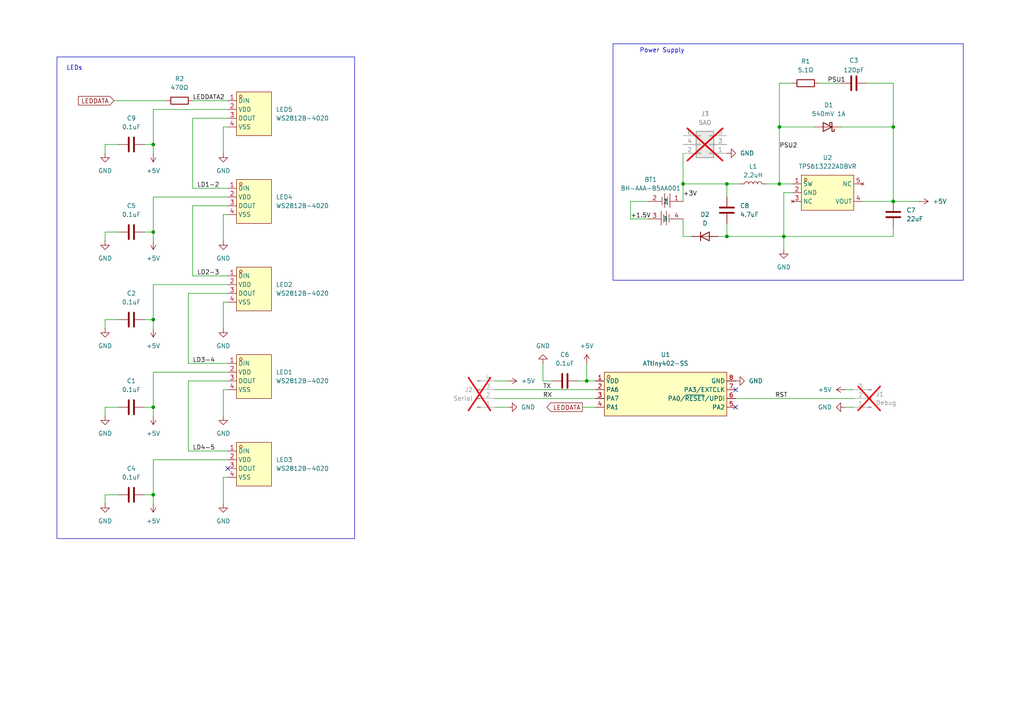
<source format=kicad_sch>
(kicad_sch
	(version 20231120)
	(generator "eeschema")
	(generator_version "8.0")
	(uuid "8df8cca2-4aa8-4f02-9573-0dc9636abc5d")
	(paper "A4")
	(lib_symbols
		(symbol "Connector:Conn_01x03_Pin"
			(pin_names
				(offset 1.016) hide)
			(exclude_from_sim no)
			(in_bom yes)
			(on_board yes)
			(property "Reference" "J"
				(at 0 5.08 0)
				(effects
					(font
						(size 1.27 1.27)
					)
				)
			)
			(property "Value" "Conn_01x03_Pin"
				(at 0 -5.08 0)
				(effects
					(font
						(size 1.27 1.27)
					)
				)
			)
			(property "Footprint" ""
				(at 0 0 0)
				(effects
					(font
						(size 1.27 1.27)
					)
					(hide yes)
				)
			)
			(property "Datasheet" "~"
				(at 0 0 0)
				(effects
					(font
						(size 1.27 1.27)
					)
					(hide yes)
				)
			)
			(property "Description" "Generic connector, single row, 01x03, script generated"
				(at 0 0 0)
				(effects
					(font
						(size 1.27 1.27)
					)
					(hide yes)
				)
			)
			(property "ki_locked" ""
				(at 0 0 0)
				(effects
					(font
						(size 1.27 1.27)
					)
				)
			)
			(property "ki_keywords" "connector"
				(at 0 0 0)
				(effects
					(font
						(size 1.27 1.27)
					)
					(hide yes)
				)
			)
			(property "ki_fp_filters" "Connector*:*_1x??_*"
				(at 0 0 0)
				(effects
					(font
						(size 1.27 1.27)
					)
					(hide yes)
				)
			)
			(symbol "Conn_01x03_Pin_1_1"
				(polyline
					(pts
						(xy 1.27 -2.54) (xy 0.8636 -2.54)
					)
					(stroke
						(width 0.1524)
						(type default)
					)
					(fill
						(type none)
					)
				)
				(polyline
					(pts
						(xy 1.27 0) (xy 0.8636 0)
					)
					(stroke
						(width 0.1524)
						(type default)
					)
					(fill
						(type none)
					)
				)
				(polyline
					(pts
						(xy 1.27 2.54) (xy 0.8636 2.54)
					)
					(stroke
						(width 0.1524)
						(type default)
					)
					(fill
						(type none)
					)
				)
				(rectangle
					(start 0.8636 -2.413)
					(end 0 -2.667)
					(stroke
						(width 0.1524)
						(type default)
					)
					(fill
						(type outline)
					)
				)
				(rectangle
					(start 0.8636 0.127)
					(end 0 -0.127)
					(stroke
						(width 0.1524)
						(type default)
					)
					(fill
						(type outline)
					)
				)
				(rectangle
					(start 0.8636 2.667)
					(end 0 2.413)
					(stroke
						(width 0.1524)
						(type default)
					)
					(fill
						(type outline)
					)
				)
				(pin passive line
					(at 5.08 2.54 180)
					(length 3.81)
					(name "Pin_1"
						(effects
							(font
								(size 1.27 1.27)
							)
						)
					)
					(number "1"
						(effects
							(font
								(size 1.27 1.27)
							)
						)
					)
				)
				(pin passive line
					(at 5.08 0 180)
					(length 3.81)
					(name "Pin_2"
						(effects
							(font
								(size 1.27 1.27)
							)
						)
					)
					(number "2"
						(effects
							(font
								(size 1.27 1.27)
							)
						)
					)
				)
				(pin passive line
					(at 5.08 -2.54 180)
					(length 3.81)
					(name "Pin_3"
						(effects
							(font
								(size 1.27 1.27)
							)
						)
					)
					(number "3"
						(effects
							(font
								(size 1.27 1.27)
							)
						)
					)
				)
			)
		)
		(symbol "Connector:Conn_01x04_Pin"
			(pin_names
				(offset 1.016) hide)
			(exclude_from_sim no)
			(in_bom yes)
			(on_board yes)
			(property "Reference" "J"
				(at 0 5.08 0)
				(effects
					(font
						(size 1.27 1.27)
					)
				)
			)
			(property "Value" "Conn_01x04_Pin"
				(at 0 -7.62 0)
				(effects
					(font
						(size 1.27 1.27)
					)
				)
			)
			(property "Footprint" ""
				(at 0 0 0)
				(effects
					(font
						(size 1.27 1.27)
					)
					(hide yes)
				)
			)
			(property "Datasheet" "~"
				(at 0 0 0)
				(effects
					(font
						(size 1.27 1.27)
					)
					(hide yes)
				)
			)
			(property "Description" "Generic connector, single row, 01x04, script generated"
				(at 0 0 0)
				(effects
					(font
						(size 1.27 1.27)
					)
					(hide yes)
				)
			)
			(property "ki_locked" ""
				(at 0 0 0)
				(effects
					(font
						(size 1.27 1.27)
					)
				)
			)
			(property "ki_keywords" "connector"
				(at 0 0 0)
				(effects
					(font
						(size 1.27 1.27)
					)
					(hide yes)
				)
			)
			(property "ki_fp_filters" "Connector*:*_1x??_*"
				(at 0 0 0)
				(effects
					(font
						(size 1.27 1.27)
					)
					(hide yes)
				)
			)
			(symbol "Conn_01x04_Pin_1_1"
				(polyline
					(pts
						(xy 1.27 -5.08) (xy 0.8636 -5.08)
					)
					(stroke
						(width 0.1524)
						(type default)
					)
					(fill
						(type none)
					)
				)
				(polyline
					(pts
						(xy 1.27 -2.54) (xy 0.8636 -2.54)
					)
					(stroke
						(width 0.1524)
						(type default)
					)
					(fill
						(type none)
					)
				)
				(polyline
					(pts
						(xy 1.27 0) (xy 0.8636 0)
					)
					(stroke
						(width 0.1524)
						(type default)
					)
					(fill
						(type none)
					)
				)
				(polyline
					(pts
						(xy 1.27 2.54) (xy 0.8636 2.54)
					)
					(stroke
						(width 0.1524)
						(type default)
					)
					(fill
						(type none)
					)
				)
				(rectangle
					(start 0.8636 -4.953)
					(end 0 -5.207)
					(stroke
						(width 0.1524)
						(type default)
					)
					(fill
						(type outline)
					)
				)
				(rectangle
					(start 0.8636 -2.413)
					(end 0 -2.667)
					(stroke
						(width 0.1524)
						(type default)
					)
					(fill
						(type outline)
					)
				)
				(rectangle
					(start 0.8636 0.127)
					(end 0 -0.127)
					(stroke
						(width 0.1524)
						(type default)
					)
					(fill
						(type outline)
					)
				)
				(rectangle
					(start 0.8636 2.667)
					(end 0 2.413)
					(stroke
						(width 0.1524)
						(type default)
					)
					(fill
						(type outline)
					)
				)
				(pin passive line
					(at 5.08 2.54 180)
					(length 3.81)
					(name "Pin_1"
						(effects
							(font
								(size 1.27 1.27)
							)
						)
					)
					(number "1"
						(effects
							(font
								(size 1.27 1.27)
							)
						)
					)
				)
				(pin passive line
					(at 5.08 0 180)
					(length 3.81)
					(name "Pin_2"
						(effects
							(font
								(size 1.27 1.27)
							)
						)
					)
					(number "2"
						(effects
							(font
								(size 1.27 1.27)
							)
						)
					)
				)
				(pin passive line
					(at 5.08 -2.54 180)
					(length 3.81)
					(name "Pin_3"
						(effects
							(font
								(size 1.27 1.27)
							)
						)
					)
					(number "3"
						(effects
							(font
								(size 1.27 1.27)
							)
						)
					)
				)
				(pin passive line
					(at 5.08 -5.08 180)
					(length 3.81)
					(name "Pin_4"
						(effects
							(font
								(size 1.27 1.27)
							)
						)
					)
					(number "4"
						(effects
							(font
								(size 1.27 1.27)
							)
						)
					)
				)
			)
		)
		(symbol "Connector_Generic:Conn_02x03_Odd_Even"
			(pin_names
				(offset 1.016) hide)
			(exclude_from_sim no)
			(in_bom yes)
			(on_board yes)
			(property "Reference" "J"
				(at 1.27 5.08 0)
				(effects
					(font
						(size 1.27 1.27)
					)
				)
			)
			(property "Value" "Conn_02x03_Odd_Even"
				(at 1.27 -5.08 0)
				(effects
					(font
						(size 1.27 1.27)
					)
				)
			)
			(property "Footprint" ""
				(at 0 0 0)
				(effects
					(font
						(size 1.27 1.27)
					)
					(hide yes)
				)
			)
			(property "Datasheet" "~"
				(at 0 0 0)
				(effects
					(font
						(size 1.27 1.27)
					)
					(hide yes)
				)
			)
			(property "Description" "Generic connector, double row, 02x03, odd/even pin numbering scheme (row 1 odd numbers, row 2 even numbers), script generated (kicad-library-utils/schlib/autogen/connector/)"
				(at 0 0 0)
				(effects
					(font
						(size 1.27 1.27)
					)
					(hide yes)
				)
			)
			(property "ki_keywords" "connector"
				(at 0 0 0)
				(effects
					(font
						(size 1.27 1.27)
					)
					(hide yes)
				)
			)
			(property "ki_fp_filters" "Connector*:*_2x??_*"
				(at 0 0 0)
				(effects
					(font
						(size 1.27 1.27)
					)
					(hide yes)
				)
			)
			(symbol "Conn_02x03_Odd_Even_1_1"
				(rectangle
					(start -1.27 -2.413)
					(end 0 -2.667)
					(stroke
						(width 0.1524)
						(type default)
					)
					(fill
						(type none)
					)
				)
				(rectangle
					(start -1.27 0.127)
					(end 0 -0.127)
					(stroke
						(width 0.1524)
						(type default)
					)
					(fill
						(type none)
					)
				)
				(rectangle
					(start -1.27 2.667)
					(end 0 2.413)
					(stroke
						(width 0.1524)
						(type default)
					)
					(fill
						(type none)
					)
				)
				(rectangle
					(start -1.27 3.81)
					(end 3.81 -3.81)
					(stroke
						(width 0.254)
						(type default)
					)
					(fill
						(type background)
					)
				)
				(rectangle
					(start 3.81 -2.413)
					(end 2.54 -2.667)
					(stroke
						(width 0.1524)
						(type default)
					)
					(fill
						(type none)
					)
				)
				(rectangle
					(start 3.81 0.127)
					(end 2.54 -0.127)
					(stroke
						(width 0.1524)
						(type default)
					)
					(fill
						(type none)
					)
				)
				(rectangle
					(start 3.81 2.667)
					(end 2.54 2.413)
					(stroke
						(width 0.1524)
						(type default)
					)
					(fill
						(type none)
					)
				)
				(pin passive line
					(at -5.08 2.54 0)
					(length 3.81)
					(name "Pin_1"
						(effects
							(font
								(size 1.27 1.27)
							)
						)
					)
					(number "1"
						(effects
							(font
								(size 1.27 1.27)
							)
						)
					)
				)
				(pin passive line
					(at 7.62 2.54 180)
					(length 3.81)
					(name "Pin_2"
						(effects
							(font
								(size 1.27 1.27)
							)
						)
					)
					(number "2"
						(effects
							(font
								(size 1.27 1.27)
							)
						)
					)
				)
				(pin passive line
					(at -5.08 0 0)
					(length 3.81)
					(name "Pin_3"
						(effects
							(font
								(size 1.27 1.27)
							)
						)
					)
					(number "3"
						(effects
							(font
								(size 1.27 1.27)
							)
						)
					)
				)
				(pin passive line
					(at 7.62 0 180)
					(length 3.81)
					(name "Pin_4"
						(effects
							(font
								(size 1.27 1.27)
							)
						)
					)
					(number "4"
						(effects
							(font
								(size 1.27 1.27)
							)
						)
					)
				)
				(pin passive line
					(at -5.08 -2.54 0)
					(length 3.81)
					(name "Pin_5"
						(effects
							(font
								(size 1.27 1.27)
							)
						)
					)
					(number "5"
						(effects
							(font
								(size 1.27 1.27)
							)
						)
					)
				)
				(pin passive line
					(at 7.62 -2.54 180)
					(length 3.81)
					(name "Pin_6"
						(effects
							(font
								(size 1.27 1.27)
							)
						)
					)
					(number "6"
						(effects
							(font
								(size 1.27 1.27)
							)
						)
					)
				)
			)
		)
		(symbol "Device:C"
			(pin_numbers hide)
			(pin_names
				(offset 0.254)
			)
			(exclude_from_sim no)
			(in_bom yes)
			(on_board yes)
			(property "Reference" "C"
				(at 0.635 2.54 0)
				(effects
					(font
						(size 1.27 1.27)
					)
					(justify left)
				)
			)
			(property "Value" "C"
				(at 0.635 -2.54 0)
				(effects
					(font
						(size 1.27 1.27)
					)
					(justify left)
				)
			)
			(property "Footprint" ""
				(at 0.9652 -3.81 0)
				(effects
					(font
						(size 1.27 1.27)
					)
					(hide yes)
				)
			)
			(property "Datasheet" "~"
				(at 0 0 0)
				(effects
					(font
						(size 1.27 1.27)
					)
					(hide yes)
				)
			)
			(property "Description" "Unpolarized capacitor"
				(at 0 0 0)
				(effects
					(font
						(size 1.27 1.27)
					)
					(hide yes)
				)
			)
			(property "ki_keywords" "cap capacitor"
				(at 0 0 0)
				(effects
					(font
						(size 1.27 1.27)
					)
					(hide yes)
				)
			)
			(property "ki_fp_filters" "C_*"
				(at 0 0 0)
				(effects
					(font
						(size 1.27 1.27)
					)
					(hide yes)
				)
			)
			(symbol "C_0_1"
				(polyline
					(pts
						(xy -2.032 -0.762) (xy 2.032 -0.762)
					)
					(stroke
						(width 0.508)
						(type default)
					)
					(fill
						(type none)
					)
				)
				(polyline
					(pts
						(xy -2.032 0.762) (xy 2.032 0.762)
					)
					(stroke
						(width 0.508)
						(type default)
					)
					(fill
						(type none)
					)
				)
			)
			(symbol "C_1_1"
				(pin passive line
					(at 0 3.81 270)
					(length 2.794)
					(name "~"
						(effects
							(font
								(size 1.27 1.27)
							)
						)
					)
					(number "1"
						(effects
							(font
								(size 1.27 1.27)
							)
						)
					)
				)
				(pin passive line
					(at 0 -3.81 90)
					(length 2.794)
					(name "~"
						(effects
							(font
								(size 1.27 1.27)
							)
						)
					)
					(number "2"
						(effects
							(font
								(size 1.27 1.27)
							)
						)
					)
				)
			)
		)
		(symbol "Device:D"
			(pin_numbers hide)
			(pin_names
				(offset 1.016) hide)
			(exclude_from_sim no)
			(in_bom yes)
			(on_board yes)
			(property "Reference" "D"
				(at 0 2.54 0)
				(effects
					(font
						(size 1.27 1.27)
					)
				)
			)
			(property "Value" "D"
				(at 0 -2.54 0)
				(effects
					(font
						(size 1.27 1.27)
					)
				)
			)
			(property "Footprint" ""
				(at 0 0 0)
				(effects
					(font
						(size 1.27 1.27)
					)
					(hide yes)
				)
			)
			(property "Datasheet" "~"
				(at 0 0 0)
				(effects
					(font
						(size 1.27 1.27)
					)
					(hide yes)
				)
			)
			(property "Description" "Diode"
				(at 0 0 0)
				(effects
					(font
						(size 1.27 1.27)
					)
					(hide yes)
				)
			)
			(property "Sim.Device" "D"
				(at 0 0 0)
				(effects
					(font
						(size 1.27 1.27)
					)
					(hide yes)
				)
			)
			(property "Sim.Pins" "1=K 2=A"
				(at 0 0 0)
				(effects
					(font
						(size 1.27 1.27)
					)
					(hide yes)
				)
			)
			(property "ki_keywords" "diode"
				(at 0 0 0)
				(effects
					(font
						(size 1.27 1.27)
					)
					(hide yes)
				)
			)
			(property "ki_fp_filters" "TO-???* *_Diode_* *SingleDiode* D_*"
				(at 0 0 0)
				(effects
					(font
						(size 1.27 1.27)
					)
					(hide yes)
				)
			)
			(symbol "D_0_1"
				(polyline
					(pts
						(xy -1.27 1.27) (xy -1.27 -1.27)
					)
					(stroke
						(width 0.254)
						(type default)
					)
					(fill
						(type none)
					)
				)
				(polyline
					(pts
						(xy 1.27 0) (xy -1.27 0)
					)
					(stroke
						(width 0)
						(type default)
					)
					(fill
						(type none)
					)
				)
				(polyline
					(pts
						(xy 1.27 1.27) (xy 1.27 -1.27) (xy -1.27 0) (xy 1.27 1.27)
					)
					(stroke
						(width 0.254)
						(type default)
					)
					(fill
						(type none)
					)
				)
			)
			(symbol "D_1_1"
				(pin passive line
					(at -3.81 0 0)
					(length 2.54)
					(name "K"
						(effects
							(font
								(size 1.27 1.27)
							)
						)
					)
					(number "1"
						(effects
							(font
								(size 1.27 1.27)
							)
						)
					)
				)
				(pin passive line
					(at 3.81 0 180)
					(length 2.54)
					(name "A"
						(effects
							(font
								(size 1.27 1.27)
							)
						)
					)
					(number "2"
						(effects
							(font
								(size 1.27 1.27)
							)
						)
					)
				)
			)
		)
		(symbol "Device:D_Schottky"
			(pin_numbers hide)
			(pin_names
				(offset 1.016) hide)
			(exclude_from_sim no)
			(in_bom yes)
			(on_board yes)
			(property "Reference" "D"
				(at 0 2.54 0)
				(effects
					(font
						(size 1.27 1.27)
					)
				)
			)
			(property "Value" "D_Schottky"
				(at 0 -2.54 0)
				(effects
					(font
						(size 1.27 1.27)
					)
				)
			)
			(property "Footprint" ""
				(at 0 0 0)
				(effects
					(font
						(size 1.27 1.27)
					)
					(hide yes)
				)
			)
			(property "Datasheet" "~"
				(at 0 0 0)
				(effects
					(font
						(size 1.27 1.27)
					)
					(hide yes)
				)
			)
			(property "Description" "Schottky diode"
				(at 0 0 0)
				(effects
					(font
						(size 1.27 1.27)
					)
					(hide yes)
				)
			)
			(property "ki_keywords" "diode Schottky"
				(at 0 0 0)
				(effects
					(font
						(size 1.27 1.27)
					)
					(hide yes)
				)
			)
			(property "ki_fp_filters" "TO-???* *_Diode_* *SingleDiode* D_*"
				(at 0 0 0)
				(effects
					(font
						(size 1.27 1.27)
					)
					(hide yes)
				)
			)
			(symbol "D_Schottky_0_1"
				(polyline
					(pts
						(xy 1.27 0) (xy -1.27 0)
					)
					(stroke
						(width 0)
						(type default)
					)
					(fill
						(type none)
					)
				)
				(polyline
					(pts
						(xy 1.27 1.27) (xy 1.27 -1.27) (xy -1.27 0) (xy 1.27 1.27)
					)
					(stroke
						(width 0.254)
						(type default)
					)
					(fill
						(type none)
					)
				)
				(polyline
					(pts
						(xy -1.905 0.635) (xy -1.905 1.27) (xy -1.27 1.27) (xy -1.27 -1.27) (xy -0.635 -1.27) (xy -0.635 -0.635)
					)
					(stroke
						(width 0.254)
						(type default)
					)
					(fill
						(type none)
					)
				)
			)
			(symbol "D_Schottky_1_1"
				(pin passive line
					(at -3.81 0 0)
					(length 2.54)
					(name "K"
						(effects
							(font
								(size 1.27 1.27)
							)
						)
					)
					(number "1"
						(effects
							(font
								(size 1.27 1.27)
							)
						)
					)
				)
				(pin passive line
					(at 3.81 0 180)
					(length 2.54)
					(name "A"
						(effects
							(font
								(size 1.27 1.27)
							)
						)
					)
					(number "2"
						(effects
							(font
								(size 1.27 1.27)
							)
						)
					)
				)
			)
		)
		(symbol "Device:L"
			(pin_numbers hide)
			(pin_names
				(offset 1.016) hide)
			(exclude_from_sim no)
			(in_bom yes)
			(on_board yes)
			(property "Reference" "L"
				(at -1.27 0 90)
				(effects
					(font
						(size 1.27 1.27)
					)
				)
			)
			(property "Value" "L"
				(at 1.905 0 90)
				(effects
					(font
						(size 1.27 1.27)
					)
				)
			)
			(property "Footprint" ""
				(at 0 0 0)
				(effects
					(font
						(size 1.27 1.27)
					)
					(hide yes)
				)
			)
			(property "Datasheet" "~"
				(at 0 0 0)
				(effects
					(font
						(size 1.27 1.27)
					)
					(hide yes)
				)
			)
			(property "Description" "Inductor"
				(at 0 0 0)
				(effects
					(font
						(size 1.27 1.27)
					)
					(hide yes)
				)
			)
			(property "ki_keywords" "inductor choke coil reactor magnetic"
				(at 0 0 0)
				(effects
					(font
						(size 1.27 1.27)
					)
					(hide yes)
				)
			)
			(property "ki_fp_filters" "Choke_* *Coil* Inductor_* L_*"
				(at 0 0 0)
				(effects
					(font
						(size 1.27 1.27)
					)
					(hide yes)
				)
			)
			(symbol "L_0_1"
				(arc
					(start 0 -2.54)
					(mid 0.6323 -1.905)
					(end 0 -1.27)
					(stroke
						(width 0)
						(type default)
					)
					(fill
						(type none)
					)
				)
				(arc
					(start 0 -1.27)
					(mid 0.6323 -0.635)
					(end 0 0)
					(stroke
						(width 0)
						(type default)
					)
					(fill
						(type none)
					)
				)
				(arc
					(start 0 0)
					(mid 0.6323 0.635)
					(end 0 1.27)
					(stroke
						(width 0)
						(type default)
					)
					(fill
						(type none)
					)
				)
				(arc
					(start 0 1.27)
					(mid 0.6323 1.905)
					(end 0 2.54)
					(stroke
						(width 0)
						(type default)
					)
					(fill
						(type none)
					)
				)
			)
			(symbol "L_1_1"
				(pin passive line
					(at 0 3.81 270)
					(length 1.27)
					(name "1"
						(effects
							(font
								(size 1.27 1.27)
							)
						)
					)
					(number "1"
						(effects
							(font
								(size 1.27 1.27)
							)
						)
					)
				)
				(pin passive line
					(at 0 -3.81 90)
					(length 1.27)
					(name "2"
						(effects
							(font
								(size 1.27 1.27)
							)
						)
					)
					(number "2"
						(effects
							(font
								(size 1.27 1.27)
							)
						)
					)
				)
			)
		)
		(symbol "Device:R"
			(pin_numbers hide)
			(pin_names
				(offset 0)
			)
			(exclude_from_sim no)
			(in_bom yes)
			(on_board yes)
			(property "Reference" "R"
				(at 2.032 0 90)
				(effects
					(font
						(size 1.27 1.27)
					)
				)
			)
			(property "Value" "R"
				(at 0 0 90)
				(effects
					(font
						(size 1.27 1.27)
					)
				)
			)
			(property "Footprint" ""
				(at -1.778 0 90)
				(effects
					(font
						(size 1.27 1.27)
					)
					(hide yes)
				)
			)
			(property "Datasheet" "~"
				(at 0 0 0)
				(effects
					(font
						(size 1.27 1.27)
					)
					(hide yes)
				)
			)
			(property "Description" "Resistor"
				(at 0 0 0)
				(effects
					(font
						(size 1.27 1.27)
					)
					(hide yes)
				)
			)
			(property "ki_keywords" "R res resistor"
				(at 0 0 0)
				(effects
					(font
						(size 1.27 1.27)
					)
					(hide yes)
				)
			)
			(property "ki_fp_filters" "R_*"
				(at 0 0 0)
				(effects
					(font
						(size 1.27 1.27)
					)
					(hide yes)
				)
			)
			(symbol "R_0_1"
				(rectangle
					(start -1.016 -2.54)
					(end 1.016 2.54)
					(stroke
						(width 0.254)
						(type default)
					)
					(fill
						(type none)
					)
				)
			)
			(symbol "R_1_1"
				(pin passive line
					(at 0 3.81 270)
					(length 1.27)
					(name "~"
						(effects
							(font
								(size 1.27 1.27)
							)
						)
					)
					(number "1"
						(effects
							(font
								(size 1.27 1.27)
							)
						)
					)
				)
				(pin passive line
					(at 0 -3.81 90)
					(length 1.27)
					(name "~"
						(effects
							(font
								(size 1.27 1.27)
							)
						)
					)
					(number "2"
						(effects
							(font
								(size 1.27 1.27)
							)
						)
					)
				)
			)
		)
		(symbol "easyeda2kicad:ATTINY402-SSNR"
			(exclude_from_sim no)
			(in_bom yes)
			(on_board yes)
			(property "Reference" "U"
				(at 0 8.89 0)
				(effects
					(font
						(size 1.27 1.27)
					)
				)
			)
			(property "Value" "ATTINY402-SSNR"
				(at 0 -8.89 0)
				(effects
					(font
						(size 1.27 1.27)
					)
				)
			)
			(property "Footprint" "easyeda2kicad:SOIC-8_L4.9-W3.9-P1.27-LS6.0-BL"
				(at 0 -11.43 0)
				(effects
					(font
						(size 1.27 1.27)
					)
					(hide yes)
				)
			)
			(property "Datasheet" ""
				(at 0 0 0)
				(effects
					(font
						(size 1.27 1.27)
					)
					(hide yes)
				)
			)
			(property "Description" ""
				(at 0 0 0)
				(effects
					(font
						(size 1.27 1.27)
					)
					(hide yes)
				)
			)
			(property "LCSC Part" "C616056"
				(at 0 -13.97 0)
				(effects
					(font
						(size 1.27 1.27)
					)
					(hide yes)
				)
			)
			(symbol "ATTINY402-SSNR_0_1"
				(rectangle
					(start -17.78 6.35)
					(end 17.78 -6.35)
					(stroke
						(width 0)
						(type default)
					)
					(fill
						(type background)
					)
				)
				(circle
					(center -16.51 5.08)
					(radius 0.38)
					(stroke
						(width 0)
						(type default)
					)
					(fill
						(type none)
					)
				)
				(pin unspecified line
					(at -20.32 3.81 0)
					(length 2.54)
					(name "VDD"
						(effects
							(font
								(size 1.27 1.27)
							)
						)
					)
					(number "1"
						(effects
							(font
								(size 1.27 1.27)
							)
						)
					)
				)
				(pin unspecified line
					(at -20.32 1.27 0)
					(length 2.54)
					(name "PA6"
						(effects
							(font
								(size 1.27 1.27)
							)
						)
					)
					(number "2"
						(effects
							(font
								(size 1.27 1.27)
							)
						)
					)
				)
				(pin unspecified line
					(at -20.32 -1.27 0)
					(length 2.54)
					(name "PA7"
						(effects
							(font
								(size 1.27 1.27)
							)
						)
					)
					(number "3"
						(effects
							(font
								(size 1.27 1.27)
							)
						)
					)
				)
				(pin unspecified line
					(at -20.32 -3.81 0)
					(length 2.54)
					(name "PA1"
						(effects
							(font
								(size 1.27 1.27)
							)
						)
					)
					(number "4"
						(effects
							(font
								(size 1.27 1.27)
							)
						)
					)
				)
				(pin unspecified line
					(at 20.32 -3.81 180)
					(length 2.54)
					(name "PA2"
						(effects
							(font
								(size 1.27 1.27)
							)
						)
					)
					(number "5"
						(effects
							(font
								(size 1.27 1.27)
							)
						)
					)
				)
				(pin unspecified line
					(at 20.32 -1.27 180)
					(length 2.54)
					(name "PA0/~{RESET}/UPDI"
						(effects
							(font
								(size 1.27 1.27)
							)
						)
					)
					(number "6"
						(effects
							(font
								(size 1.27 1.27)
							)
						)
					)
				)
				(pin unspecified line
					(at 20.32 1.27 180)
					(length 2.54)
					(name "PA3/EXTCLK"
						(effects
							(font
								(size 1.27 1.27)
							)
						)
					)
					(number "7"
						(effects
							(font
								(size 1.27 1.27)
							)
						)
					)
				)
				(pin unspecified line
					(at 20.32 3.81 180)
					(length 2.54)
					(name "GND"
						(effects
							(font
								(size 1.27 1.27)
							)
						)
					)
					(number "8"
						(effects
							(font
								(size 1.27 1.27)
							)
						)
					)
				)
			)
		)
		(symbol "easyeda2kicad:BH-AAA-B5AA001"
			(exclude_from_sim no)
			(in_bom yes)
			(on_board yes)
			(property "Reference" "BT"
				(at 0 7.62 0)
				(effects
					(font
						(size 1.27 1.27)
					)
				)
			)
			(property "Value" "BH-AAA-B5AA001"
				(at 0 -7.62 0)
				(effects
					(font
						(size 1.27 1.27)
					)
				)
			)
			(property "Footprint" "easyeda2kicad:BAT-SMD_BH-AAA-B5AA001"
				(at 0 -10.16 0)
				(effects
					(font
						(size 1.27 1.27)
					)
					(hide yes)
				)
			)
			(property "Datasheet" ""
				(at 0 0 0)
				(effects
					(font
						(size 1.27 1.27)
					)
					(hide yes)
				)
			)
			(property "Description" ""
				(at 0 0 0)
				(effects
					(font
						(size 1.27 1.27)
					)
					(hide yes)
				)
			)
			(property "LCSC Part" "C964881"
				(at 0 -12.7 0)
				(effects
					(font
						(size 1.27 1.27)
					)
					(hide yes)
				)
			)
			(symbol "BH-AAA-B5AA001_0_1"
				(polyline
					(pts
						(xy -1.27 -0.25) (xy -1.27 -4.32)
					)
					(stroke
						(width 0)
						(type default)
					)
					(fill
						(type none)
					)
				)
				(polyline
					(pts
						(xy -1.02 3.81) (xy -1.02 1.52)
					)
					(stroke
						(width 0)
						(type default)
					)
					(fill
						(type none)
					)
				)
				(polyline
					(pts
						(xy -0.51 -1.27) (xy -0.51 -3.56)
					)
					(stroke
						(width 0)
						(type default)
					)
					(fill
						(type none)
					)
				)
				(polyline
					(pts
						(xy -0.25 4.83) (xy -0.25 0.76)
					)
					(stroke
						(width 0)
						(type default)
					)
					(fill
						(type none)
					)
				)
				(polyline
					(pts
						(xy 0.25 -0.25) (xy 0.25 -4.32)
					)
					(stroke
						(width 0)
						(type default)
					)
					(fill
						(type none)
					)
				)
				(polyline
					(pts
						(xy 0.51 3.81) (xy 0.51 1.52)
					)
					(stroke
						(width 0)
						(type default)
					)
					(fill
						(type none)
					)
				)
				(polyline
					(pts
						(xy 1.02 -1.27) (xy 1.02 -3.56)
					)
					(stroke
						(width 0)
						(type default)
					)
					(fill
						(type none)
					)
				)
				(polyline
					(pts
						(xy 1.27 4.83) (xy 1.27 0.76)
					)
					(stroke
						(width 0)
						(type default)
					)
					(fill
						(type none)
					)
				)
				(pin power_out line
					(at 5.08 2.54 180)
					(length 3.81)
					(name "1"
						(effects
							(font
								(size 1.27 1.27)
							)
						)
					)
					(number "1"
						(effects
							(font
								(size 1.27 1.27)
							)
						)
					)
				)
				(pin input line
					(at -5.08 2.54 0)
					(length 3.81)
					(name "2"
						(effects
							(font
								(size 1.27 1.27)
							)
						)
					)
					(number "2"
						(effects
							(font
								(size 1.27 1.27)
							)
						)
					)
				)
				(pin power_out line
					(at -5.08 -2.54 0)
					(length 3.81)
					(name "3"
						(effects
							(font
								(size 1.27 1.27)
							)
						)
					)
					(number "3"
						(effects
							(font
								(size 1.27 1.27)
							)
						)
					)
				)
				(pin input line
					(at 5.08 -2.54 180)
					(length 3.81)
					(name "4"
						(effects
							(font
								(size 1.27 1.27)
							)
						)
					)
					(number "4"
						(effects
							(font
								(size 1.27 1.27)
							)
						)
					)
				)
			)
		)
		(symbol "easyeda2kicad:TPS613222ADBVR"
			(exclude_from_sim no)
			(in_bom yes)
			(on_board yes)
			(property "Reference" "U"
				(at 0 7.62 0)
				(effects
					(font
						(size 1.27 1.27)
					)
				)
			)
			(property "Value" "TPS613222ADBVR"
				(at 0 -7.62 0)
				(effects
					(font
						(size 1.27 1.27)
					)
				)
			)
			(property "Footprint" "easyeda2kicad:TSOT-23-5_L2.9-W1.6-P0.95-LS2.8-BR"
				(at 0 -10.16 0)
				(effects
					(font
						(size 1.27 1.27)
					)
					(hide yes)
				)
			)
			(property "Datasheet" ""
				(at 0 0 0)
				(effects
					(font
						(size 1.27 1.27)
					)
					(hide yes)
				)
			)
			(property "Description" ""
				(at 0 0 0)
				(effects
					(font
						(size 1.27 1.27)
					)
					(hide yes)
				)
			)
			(property "LCSC Part" "C2071163"
				(at 0 -12.7 0)
				(effects
					(font
						(size 1.27 1.27)
					)
					(hide yes)
				)
			)
			(symbol "TPS613222ADBVR_0_1"
				(rectangle
					(start -7.62 5.08)
					(end 7.62 -5.08)
					(stroke
						(width 0)
						(type default)
					)
					(fill
						(type background)
					)
				)
				(circle
					(center -6.35 3.81)
					(radius 0.38)
					(stroke
						(width 0)
						(type default)
					)
					(fill
						(type none)
					)
				)
			)
			(symbol "TPS613222ADBVR_1_1"
				(pin passive line
					(at -10.16 2.54 0)
					(length 2.54)
					(name "SW"
						(effects
							(font
								(size 1.27 1.27)
							)
						)
					)
					(number "1"
						(effects
							(font
								(size 1.27 1.27)
							)
						)
					)
				)
				(pin power_out line
					(at -10.16 0 0)
					(length 2.54)
					(name "GND"
						(effects
							(font
								(size 1.27 1.27)
							)
						)
					)
					(number "2"
						(effects
							(font
								(size 1.27 1.27)
							)
						)
					)
				)
				(pin no_connect line
					(at -10.16 -2.54 0)
					(length 2.54)
					(name "NC"
						(effects
							(font
								(size 1.27 1.27)
							)
						)
					)
					(number "3"
						(effects
							(font
								(size 1.27 1.27)
							)
						)
					)
				)
				(pin power_out line
					(at 10.16 -2.54 180)
					(length 2.54)
					(name "VOUT"
						(effects
							(font
								(size 1.27 1.27)
							)
						)
					)
					(number "4"
						(effects
							(font
								(size 1.27 1.27)
							)
						)
					)
				)
				(pin no_connect line
					(at 10.16 2.54 180)
					(length 2.54)
					(name "NC"
						(effects
							(font
								(size 1.27 1.27)
							)
						)
					)
					(number "5"
						(effects
							(font
								(size 1.27 1.27)
							)
						)
					)
				)
			)
		)
		(symbol "easyeda2kicad:WS2812B-4020"
			(exclude_from_sim no)
			(in_bom yes)
			(on_board yes)
			(property "Reference" "LED"
				(at 0 8.89 0)
				(effects
					(font
						(size 1.27 1.27)
					)
				)
			)
			(property "Value" "WS2812B-4020"
				(at 0 -8.89 0)
				(effects
					(font
						(size 1.27 1.27)
					)
				)
			)
			(property "Footprint" "easyeda2kicad:LED-SMD_WS2812B-4020"
				(at 0 -11.43 0)
				(effects
					(font
						(size 1.27 1.27)
					)
					(hide yes)
				)
			)
			(property "Datasheet" "https://lcsc.com/product-detail/Light-Emitting-Diodes-LED_Worldsemi-WS2812B-4020_C965557.html"
				(at 0 -13.97 0)
				(effects
					(font
						(size 1.27 1.27)
					)
					(hide yes)
				)
			)
			(property "Description" ""
				(at 0 0 0)
				(effects
					(font
						(size 1.27 1.27)
					)
					(hide yes)
				)
			)
			(property "LCSC Part" "C965557"
				(at 0 -16.51 0)
				(effects
					(font
						(size 1.27 1.27)
					)
					(hide yes)
				)
			)
			(symbol "WS2812B-4020_0_1"
				(rectangle
					(start -5.08 6.35)
					(end 5.08 -6.35)
					(stroke
						(width 0)
						(type default)
					)
					(fill
						(type background)
					)
				)
				(circle
					(center -3.81 5.08)
					(radius 0.38)
					(stroke
						(width 0)
						(type default)
					)
					(fill
						(type none)
					)
				)
			)
			(symbol "WS2812B-4020_1_1"
				(pin input line
					(at -7.62 3.81 0)
					(length 2.54)
					(name "DIN"
						(effects
							(font
								(size 1.27 1.27)
							)
						)
					)
					(number "1"
						(effects
							(font
								(size 1.27 1.27)
							)
						)
					)
				)
				(pin passive line
					(at -7.62 1.27 0)
					(length 2.54)
					(name "VDD"
						(effects
							(font
								(size 1.27 1.27)
							)
						)
					)
					(number "2"
						(effects
							(font
								(size 1.27 1.27)
							)
						)
					)
				)
				(pin output line
					(at -7.62 -1.27 0)
					(length 2.54)
					(name "DOUT"
						(effects
							(font
								(size 1.27 1.27)
							)
						)
					)
					(number "3"
						(effects
							(font
								(size 1.27 1.27)
							)
						)
					)
				)
				(pin passive line
					(at -7.62 -3.81 0)
					(length 2.54)
					(name "VSS"
						(effects
							(font
								(size 1.27 1.27)
							)
						)
					)
					(number "4"
						(effects
							(font
								(size 1.27 1.27)
							)
						)
					)
				)
			)
		)
		(symbol "power:+5V"
			(power)
			(pin_numbers hide)
			(pin_names
				(offset 0) hide)
			(exclude_from_sim no)
			(in_bom yes)
			(on_board yes)
			(property "Reference" "#PWR"
				(at 0 -3.81 0)
				(effects
					(font
						(size 1.27 1.27)
					)
					(hide yes)
				)
			)
			(property "Value" "+5V"
				(at 0 3.556 0)
				(effects
					(font
						(size 1.27 1.27)
					)
				)
			)
			(property "Footprint" ""
				(at 0 0 0)
				(effects
					(font
						(size 1.27 1.27)
					)
					(hide yes)
				)
			)
			(property "Datasheet" ""
				(at 0 0 0)
				(effects
					(font
						(size 1.27 1.27)
					)
					(hide yes)
				)
			)
			(property "Description" "Power symbol creates a global label with name \"+5V\""
				(at 0 0 0)
				(effects
					(font
						(size 1.27 1.27)
					)
					(hide yes)
				)
			)
			(property "ki_keywords" "global power"
				(at 0 0 0)
				(effects
					(font
						(size 1.27 1.27)
					)
					(hide yes)
				)
			)
			(symbol "+5V_0_1"
				(polyline
					(pts
						(xy -0.762 1.27) (xy 0 2.54)
					)
					(stroke
						(width 0)
						(type default)
					)
					(fill
						(type none)
					)
				)
				(polyline
					(pts
						(xy 0 0) (xy 0 2.54)
					)
					(stroke
						(width 0)
						(type default)
					)
					(fill
						(type none)
					)
				)
				(polyline
					(pts
						(xy 0 2.54) (xy 0.762 1.27)
					)
					(stroke
						(width 0)
						(type default)
					)
					(fill
						(type none)
					)
				)
			)
			(symbol "+5V_1_1"
				(pin power_in line
					(at 0 0 90)
					(length 0)
					(name "~"
						(effects
							(font
								(size 1.27 1.27)
							)
						)
					)
					(number "1"
						(effects
							(font
								(size 1.27 1.27)
							)
						)
					)
				)
			)
		)
		(symbol "power:GND"
			(power)
			(pin_numbers hide)
			(pin_names
				(offset 0) hide)
			(exclude_from_sim no)
			(in_bom yes)
			(on_board yes)
			(property "Reference" "#PWR"
				(at 0 -6.35 0)
				(effects
					(font
						(size 1.27 1.27)
					)
					(hide yes)
				)
			)
			(property "Value" "GND"
				(at 0 -3.81 0)
				(effects
					(font
						(size 1.27 1.27)
					)
				)
			)
			(property "Footprint" ""
				(at 0 0 0)
				(effects
					(font
						(size 1.27 1.27)
					)
					(hide yes)
				)
			)
			(property "Datasheet" ""
				(at 0 0 0)
				(effects
					(font
						(size 1.27 1.27)
					)
					(hide yes)
				)
			)
			(property "Description" "Power symbol creates a global label with name \"GND\" , ground"
				(at 0 0 0)
				(effects
					(font
						(size 1.27 1.27)
					)
					(hide yes)
				)
			)
			(property "ki_keywords" "global power"
				(at 0 0 0)
				(effects
					(font
						(size 1.27 1.27)
					)
					(hide yes)
				)
			)
			(symbol "GND_0_1"
				(polyline
					(pts
						(xy 0 0) (xy 0 -1.27) (xy 1.27 -1.27) (xy 0 -2.54) (xy -1.27 -1.27) (xy 0 -1.27)
					)
					(stroke
						(width 0)
						(type default)
					)
					(fill
						(type none)
					)
				)
			)
			(symbol "GND_1_1"
				(pin power_in line
					(at 0 0 270)
					(length 0)
					(name "~"
						(effects
							(font
								(size 1.27 1.27)
							)
						)
					)
					(number "1"
						(effects
							(font
								(size 1.27 1.27)
							)
						)
					)
				)
			)
		)
	)
	(junction
		(at 44.45 67.31)
		(diameter 0)
		(color 0 0 0 0)
		(uuid "0786bc85-ea15-4c03-8c05-c46f9f1c03b8")
	)
	(junction
		(at 227.33 68.58)
		(diameter 0)
		(color 0 0 0 0)
		(uuid "112eac37-43fc-4e15-acf6-8dfba47a9513")
	)
	(junction
		(at 226.06 36.83)
		(diameter 0)
		(color 0 0 0 0)
		(uuid "15d2b861-bffc-43dd-9f1a-2ac5751d2664")
	)
	(junction
		(at 44.45 143.51)
		(diameter 0)
		(color 0 0 0 0)
		(uuid "48706358-6dd5-4523-b585-d26ef737d6f3")
	)
	(junction
		(at 226.06 53.34)
		(diameter 0)
		(color 0 0 0 0)
		(uuid "4ade313c-d479-4105-903c-7bb4387b686f")
	)
	(junction
		(at 198.12 53.34)
		(diameter 0)
		(color 0 0 0 0)
		(uuid "910db291-1b44-4c97-bfd7-85fb7dbcb3da")
	)
	(junction
		(at 259.08 36.83)
		(diameter 0)
		(color 0 0 0 0)
		(uuid "97d4eba6-c030-4509-a437-f1b274202d90")
	)
	(junction
		(at 44.45 118.11)
		(diameter 0)
		(color 0 0 0 0)
		(uuid "9ae362d0-e43a-4163-aa8c-deb3a37754d9")
	)
	(junction
		(at 44.45 92.71)
		(diameter 0)
		(color 0 0 0 0)
		(uuid "a4f3bf3a-9b84-4f05-a158-3ad476ba2f19")
	)
	(junction
		(at 210.82 68.58)
		(diameter 0)
		(color 0 0 0 0)
		(uuid "afb2adcf-82a8-4106-aba2-091ddcc94948")
	)
	(junction
		(at 44.45 41.91)
		(diameter 0)
		(color 0 0 0 0)
		(uuid "bf70fae3-e20f-4c13-b73a-39eb58566de0")
	)
	(junction
		(at 259.08 58.42)
		(diameter 0)
		(color 0 0 0 0)
		(uuid "f5a3a538-6feb-4370-9f4e-80c428ba5ab4")
	)
	(junction
		(at 170.18 110.49)
		(diameter 0)
		(color 0 0 0 0)
		(uuid "fa75d7f0-4a4e-4c95-8c2c-257e7516958f")
	)
	(junction
		(at 210.82 53.34)
		(diameter 0)
		(color 0 0 0 0)
		(uuid "fcb779b7-d770-4696-9eae-7324e03af6bc")
	)
	(no_connect
		(at 213.36 118.11)
		(uuid "550e47da-d514-41a7-804a-483ec2eb70dc")
	)
	(no_connect
		(at 66.04 135.89)
		(uuid "55cd38d4-1fe5-47da-b2a7-52f3bd1d7d2a")
	)
	(no_connect
		(at 213.36 113.03)
		(uuid "70c2d2ed-c8d3-4600-84fa-9d7545e16af9")
	)
	(wire
		(pts
			(xy 198.12 44.45) (xy 198.12 53.34)
		)
		(stroke
			(width 0)
			(type default)
		)
		(uuid "01ba0a3a-cb3d-402b-a4d2-f32fc5644ec9")
	)
	(wire
		(pts
			(xy 259.08 24.13) (xy 259.08 36.83)
		)
		(stroke
			(width 0)
			(type default)
		)
		(uuid "03e74b15-c88e-46bd-8825-b01763204246")
	)
	(wire
		(pts
			(xy 64.77 120.65) (xy 64.77 113.03)
		)
		(stroke
			(width 0)
			(type default)
		)
		(uuid "0e69ca83-2e8a-4000-9eee-07798c3eb85b")
	)
	(wire
		(pts
			(xy 143.51 115.57) (xy 172.72 115.57)
		)
		(stroke
			(width 0)
			(type default)
		)
		(uuid "0ebe8ef4-996f-4524-9074-8f8a9fb5285e")
	)
	(wire
		(pts
			(xy 64.77 44.45) (xy 64.77 36.83)
		)
		(stroke
			(width 0)
			(type default)
		)
		(uuid "1507fa7e-e06c-4827-acfa-b0befcd6f411")
	)
	(wire
		(pts
			(xy 55.88 54.61) (xy 66.04 54.61)
		)
		(stroke
			(width 0)
			(type default)
		)
		(uuid "160ae83e-7bf2-4c29-ab02-d191ca1bf2ea")
	)
	(wire
		(pts
			(xy 64.77 69.85) (xy 64.77 62.23)
		)
		(stroke
			(width 0)
			(type default)
		)
		(uuid "1725afd5-c115-4014-b978-869b203e8989")
	)
	(wire
		(pts
			(xy 34.29 143.51) (xy 30.48 143.51)
		)
		(stroke
			(width 0)
			(type default)
		)
		(uuid "1b880713-14c6-49b5-8448-2aa6ba61db04")
	)
	(wire
		(pts
			(xy 259.08 58.42) (xy 266.7 58.42)
		)
		(stroke
			(width 0)
			(type default)
		)
		(uuid "1cd6cdb4-40b0-44fe-a268-727f45c35e2b")
	)
	(wire
		(pts
			(xy 198.12 68.58) (xy 198.12 63.5)
		)
		(stroke
			(width 0)
			(type default)
		)
		(uuid "22064e75-5951-4b30-a884-b9a0a914c44d")
	)
	(wire
		(pts
			(xy 44.45 41.91) (xy 44.45 44.45)
		)
		(stroke
			(width 0)
			(type default)
		)
		(uuid "25df7426-62aa-44f9-9ca1-02f4421848dc")
	)
	(wire
		(pts
			(xy 182.88 63.5) (xy 182.88 58.42)
		)
		(stroke
			(width 0)
			(type default)
		)
		(uuid "28c486a1-e820-4405-8b8f-075e357ce287")
	)
	(wire
		(pts
			(xy 44.45 133.35) (xy 66.04 133.35)
		)
		(stroke
			(width 0)
			(type default)
		)
		(uuid "296db7df-78c7-4ccb-870f-07e1e8e0f179")
	)
	(wire
		(pts
			(xy 66.04 85.09) (xy 54.61 85.09)
		)
		(stroke
			(width 0)
			(type default)
		)
		(uuid "2b07a0f6-7732-476a-9156-c6253af3351a")
	)
	(wire
		(pts
			(xy 226.06 36.83) (xy 236.22 36.83)
		)
		(stroke
			(width 0)
			(type default)
		)
		(uuid "2ee3b524-1b4e-4be3-b265-2081f363f391")
	)
	(wire
		(pts
			(xy 250.19 58.42) (xy 259.08 58.42)
		)
		(stroke
			(width 0)
			(type default)
		)
		(uuid "2f5961d5-4849-45d6-ba03-38ac5a126850")
	)
	(wire
		(pts
			(xy 41.91 41.91) (xy 44.45 41.91)
		)
		(stroke
			(width 0)
			(type default)
		)
		(uuid "32687f65-5dad-4e0f-8604-33e3a986f515")
	)
	(wire
		(pts
			(xy 44.45 118.11) (xy 44.45 107.95)
		)
		(stroke
			(width 0)
			(type default)
		)
		(uuid "39d316e3-158f-456e-ad47-5c5018a41c5d")
	)
	(wire
		(pts
			(xy 54.61 110.49) (xy 66.04 110.49)
		)
		(stroke
			(width 0)
			(type default)
		)
		(uuid "3b87f0c7-a860-4fb0-a209-d0e1c832251e")
	)
	(wire
		(pts
			(xy 44.45 67.31) (xy 44.45 69.85)
		)
		(stroke
			(width 0)
			(type default)
		)
		(uuid "3c12d9f7-0b81-4ddf-a8fa-98b5d4a3d8df")
	)
	(wire
		(pts
			(xy 227.33 68.58) (xy 259.08 68.58)
		)
		(stroke
			(width 0)
			(type default)
		)
		(uuid "49e35923-cc77-4077-b61a-c3bcd789e397")
	)
	(wire
		(pts
			(xy 168.91 118.11) (xy 172.72 118.11)
		)
		(stroke
			(width 0)
			(type default)
		)
		(uuid "4cbf37f7-48e3-4df6-92b8-a29146eaf8c9")
	)
	(wire
		(pts
			(xy 210.82 53.34) (xy 210.82 57.15)
		)
		(stroke
			(width 0)
			(type default)
		)
		(uuid "4e963ce4-b669-4d7b-bb6b-942835b07a4c")
	)
	(wire
		(pts
			(xy 44.45 143.51) (xy 44.45 146.05)
		)
		(stroke
			(width 0)
			(type default)
		)
		(uuid "4ff28d73-d00b-4835-8b3f-7e370d534065")
	)
	(wire
		(pts
			(xy 41.91 143.51) (xy 44.45 143.51)
		)
		(stroke
			(width 0)
			(type default)
		)
		(uuid "502ff224-5e43-4583-99ca-84a4098e4832")
	)
	(wire
		(pts
			(xy 210.82 68.58) (xy 227.33 68.58)
		)
		(stroke
			(width 0)
			(type default)
		)
		(uuid "519fb8c1-98c0-4db9-a4ff-d88b660010f0")
	)
	(wire
		(pts
			(xy 64.77 62.23) (xy 66.04 62.23)
		)
		(stroke
			(width 0)
			(type default)
		)
		(uuid "530869fa-df95-43eb-93a2-36b088a39116")
	)
	(wire
		(pts
			(xy 55.88 59.69) (xy 55.88 80.01)
		)
		(stroke
			(width 0)
			(type default)
		)
		(uuid "5635ab00-5f65-41a7-b6c8-5a6677fd5235")
	)
	(wire
		(pts
			(xy 227.33 68.58) (xy 227.33 55.88)
		)
		(stroke
			(width 0)
			(type default)
		)
		(uuid "5a12eb40-1c8e-48cd-9a1e-05c131452039")
	)
	(wire
		(pts
			(xy 64.77 95.25) (xy 64.77 87.63)
		)
		(stroke
			(width 0)
			(type default)
		)
		(uuid "5b8a79ac-51a0-46a4-9d1f-1b04b6836abf")
	)
	(wire
		(pts
			(xy 227.33 72.39) (xy 227.33 68.58)
		)
		(stroke
			(width 0)
			(type default)
		)
		(uuid "5bff2598-4beb-419a-976d-001855648ed3")
	)
	(wire
		(pts
			(xy 182.88 58.42) (xy 187.96 58.42)
		)
		(stroke
			(width 0)
			(type default)
		)
		(uuid "5cfb7360-4794-473e-a0d1-71ed997e0e2f")
	)
	(wire
		(pts
			(xy 30.48 118.11) (xy 30.48 120.65)
		)
		(stroke
			(width 0)
			(type default)
		)
		(uuid "645a0e67-69cc-4ea0-9474-8423cc9ee60b")
	)
	(wire
		(pts
			(xy 55.88 34.29) (xy 55.88 54.61)
		)
		(stroke
			(width 0)
			(type default)
		)
		(uuid "679956ec-a504-4e48-acd8-0036eb386373")
	)
	(wire
		(pts
			(xy 33.02 29.21) (xy 48.26 29.21)
		)
		(stroke
			(width 0)
			(type default)
		)
		(uuid "6b1a8045-b6cc-401f-be90-6a4953fcb8dc")
	)
	(wire
		(pts
			(xy 226.06 36.83) (xy 226.06 53.34)
		)
		(stroke
			(width 0)
			(type default)
		)
		(uuid "6c3829e2-8a35-4120-bccc-a5d19f6c76fb")
	)
	(wire
		(pts
			(xy 210.82 53.34) (xy 214.63 53.34)
		)
		(stroke
			(width 0)
			(type default)
		)
		(uuid "6d16388e-ca94-4b7a-9cc6-c1119f2ce166")
	)
	(wire
		(pts
			(xy 245.11 113.03) (xy 247.65 113.03)
		)
		(stroke
			(width 0)
			(type default)
		)
		(uuid "7081a6af-83d1-4821-9ca8-56ff9655634a")
	)
	(wire
		(pts
			(xy 55.88 80.01) (xy 66.04 80.01)
		)
		(stroke
			(width 0)
			(type default)
		)
		(uuid "70d4e1e8-cfb1-4f45-b01e-1b517c388b98")
	)
	(wire
		(pts
			(xy 34.29 67.31) (xy 30.48 67.31)
		)
		(stroke
			(width 0)
			(type default)
		)
		(uuid "739a8773-3185-4525-a05f-b012c0715bfb")
	)
	(wire
		(pts
			(xy 213.36 115.57) (xy 247.65 115.57)
		)
		(stroke
			(width 0)
			(type default)
		)
		(uuid "7647a8d6-817d-45a3-8b8b-2635c5955dd3")
	)
	(wire
		(pts
			(xy 229.87 24.13) (xy 226.06 24.13)
		)
		(stroke
			(width 0)
			(type default)
		)
		(uuid "7af9d1ab-09fa-4abc-8c74-b0460bdc8410")
	)
	(wire
		(pts
			(xy 167.64 110.49) (xy 170.18 110.49)
		)
		(stroke
			(width 0)
			(type default)
		)
		(uuid "7b76859a-962e-4281-a6f9-bcc148a17b17")
	)
	(wire
		(pts
			(xy 243.84 36.83) (xy 259.08 36.83)
		)
		(stroke
			(width 0)
			(type default)
		)
		(uuid "7de05eca-f613-41bd-86b9-1de1d4519a37")
	)
	(wire
		(pts
			(xy 54.61 85.09) (xy 54.61 105.41)
		)
		(stroke
			(width 0)
			(type default)
		)
		(uuid "845d826b-40db-4469-a85b-6c06f02b9aef")
	)
	(wire
		(pts
			(xy 226.06 53.34) (xy 229.87 53.34)
		)
		(stroke
			(width 0)
			(type default)
		)
		(uuid "84f96a18-801c-4645-a5ae-fd2681e39c68")
	)
	(wire
		(pts
			(xy 64.77 36.83) (xy 66.04 36.83)
		)
		(stroke
			(width 0)
			(type default)
		)
		(uuid "85cf8a21-d4a5-4850-bc47-24bfa0899d7a")
	)
	(wire
		(pts
			(xy 30.48 67.31) (xy 30.48 69.85)
		)
		(stroke
			(width 0)
			(type default)
		)
		(uuid "88f1ab2b-afa8-433e-95e4-edc4fa66dcc4")
	)
	(wire
		(pts
			(xy 143.51 110.49) (xy 147.32 110.49)
		)
		(stroke
			(width 0)
			(type default)
		)
		(uuid "8b074363-37bc-43dd-b003-0bd5c5ce2ad3")
	)
	(wire
		(pts
			(xy 54.61 110.49) (xy 54.61 130.81)
		)
		(stroke
			(width 0)
			(type default)
		)
		(uuid "8ca2333a-ac9d-43ff-bbcb-d18a82bd63db")
	)
	(wire
		(pts
			(xy 227.33 55.88) (xy 229.87 55.88)
		)
		(stroke
			(width 0)
			(type default)
		)
		(uuid "8e1afb64-aa8a-4670-af1e-41fef38041b1")
	)
	(wire
		(pts
			(xy 198.12 53.34) (xy 210.82 53.34)
		)
		(stroke
			(width 0)
			(type default)
		)
		(uuid "8f90cca5-b9f1-4366-ae2a-15f12d4179ab")
	)
	(wire
		(pts
			(xy 64.77 87.63) (xy 66.04 87.63)
		)
		(stroke
			(width 0)
			(type default)
		)
		(uuid "916298f1-3169-4410-bb09-3be68ec8bd8a")
	)
	(wire
		(pts
			(xy 187.96 63.5) (xy 182.88 63.5)
		)
		(stroke
			(width 0)
			(type default)
		)
		(uuid "91b29a47-36b5-4fba-89dc-42f2dceccf20")
	)
	(wire
		(pts
			(xy 44.45 107.95) (xy 66.04 107.95)
		)
		(stroke
			(width 0)
			(type default)
		)
		(uuid "9782b417-5e5b-4f48-9ad2-b912be9b42a1")
	)
	(wire
		(pts
			(xy 66.04 59.69) (xy 55.88 59.69)
		)
		(stroke
			(width 0)
			(type default)
		)
		(uuid "978bb981-c409-4cdd-afe9-7b3e184717f6")
	)
	(wire
		(pts
			(xy 44.45 82.55) (xy 66.04 82.55)
		)
		(stroke
			(width 0)
			(type default)
		)
		(uuid "995c8c82-0de3-4c51-8725-80bfc61f3567")
	)
	(wire
		(pts
			(xy 198.12 53.34) (xy 198.12 58.42)
		)
		(stroke
			(width 0)
			(type default)
		)
		(uuid "9a25638f-0819-43e0-8040-6b391c298e04")
	)
	(wire
		(pts
			(xy 30.48 41.91) (xy 30.48 44.45)
		)
		(stroke
			(width 0)
			(type default)
		)
		(uuid "9d14c737-79f1-415b-aaad-802112867f75")
	)
	(wire
		(pts
			(xy 64.77 138.43) (xy 66.04 138.43)
		)
		(stroke
			(width 0)
			(type default)
		)
		(uuid "9e90bf3d-0bf8-4e72-8b1f-9d27196658c7")
	)
	(wire
		(pts
			(xy 198.12 68.58) (xy 200.66 68.58)
		)
		(stroke
			(width 0)
			(type default)
		)
		(uuid "a503908e-4e2f-4114-9865-38c2f7824cac")
	)
	(wire
		(pts
			(xy 41.91 67.31) (xy 44.45 67.31)
		)
		(stroke
			(width 0)
			(type default)
		)
		(uuid "a51b8d53-15a9-48c2-8e99-09fe2855c131")
	)
	(wire
		(pts
			(xy 54.61 105.41) (xy 66.04 105.41)
		)
		(stroke
			(width 0)
			(type default)
		)
		(uuid "a7ecd252-8d20-45f1-9f94-8b7d908f9186")
	)
	(wire
		(pts
			(xy 44.45 31.75) (xy 66.04 31.75)
		)
		(stroke
			(width 0)
			(type default)
		)
		(uuid "a81722b7-62d0-41c6-8678-b9953a0e19eb")
	)
	(wire
		(pts
			(xy 54.61 130.81) (xy 66.04 130.81)
		)
		(stroke
			(width 0)
			(type default)
		)
		(uuid "a88b4e15-7ae6-4e93-932a-d0685aff75d8")
	)
	(wire
		(pts
			(xy 44.45 57.15) (xy 66.04 57.15)
		)
		(stroke
			(width 0)
			(type default)
		)
		(uuid "a9ea1e89-fc9d-4142-b6d9-210f7e0bb209")
	)
	(wire
		(pts
			(xy 170.18 105.41) (xy 170.18 110.49)
		)
		(stroke
			(width 0)
			(type default)
		)
		(uuid "aa1cab1b-1511-4696-b7aa-177f96fc0b74")
	)
	(wire
		(pts
			(xy 44.45 67.31) (xy 44.45 57.15)
		)
		(stroke
			(width 0)
			(type default)
		)
		(uuid "ae156036-245a-42ac-83b8-f29244abf58c")
	)
	(wire
		(pts
			(xy 44.45 92.71) (xy 44.45 82.55)
		)
		(stroke
			(width 0)
			(type default)
		)
		(uuid "b08f423a-47cd-4ccc-ad62-85cf84c7d8c6")
	)
	(wire
		(pts
			(xy 157.48 110.49) (xy 157.48 105.41)
		)
		(stroke
			(width 0)
			(type default)
		)
		(uuid "b485ed15-079d-4a76-ac1b-547c87317ffe")
	)
	(wire
		(pts
			(xy 208.28 68.58) (xy 210.82 68.58)
		)
		(stroke
			(width 0)
			(type default)
		)
		(uuid "b78cad41-ee80-4d59-b599-1a77267bed49")
	)
	(wire
		(pts
			(xy 30.48 92.71) (xy 30.48 95.25)
		)
		(stroke
			(width 0)
			(type default)
		)
		(uuid "b82c7928-2077-4b06-ba5e-77c7712e2ee8")
	)
	(wire
		(pts
			(xy 34.29 41.91) (xy 30.48 41.91)
		)
		(stroke
			(width 0)
			(type default)
		)
		(uuid "bc7ea7ab-bcff-4fba-b951-b8e84fd407f9")
	)
	(wire
		(pts
			(xy 44.45 118.11) (xy 44.45 120.65)
		)
		(stroke
			(width 0)
			(type default)
		)
		(uuid "bca59961-9850-4549-9efa-27639800b7c9")
	)
	(wire
		(pts
			(xy 44.45 143.51) (xy 44.45 133.35)
		)
		(stroke
			(width 0)
			(type default)
		)
		(uuid "c643c6d1-9294-4d90-b0aa-ed8c3ab5ab3f")
	)
	(wire
		(pts
			(xy 160.02 110.49) (xy 157.48 110.49)
		)
		(stroke
			(width 0)
			(type default)
		)
		(uuid "c7e10366-39e1-4a41-ab37-556ba79de6c9")
	)
	(wire
		(pts
			(xy 237.49 24.13) (xy 243.84 24.13)
		)
		(stroke
			(width 0)
			(type default)
		)
		(uuid "c8d110a5-748c-475a-9c52-eef658585b85")
	)
	(wire
		(pts
			(xy 226.06 24.13) (xy 226.06 36.83)
		)
		(stroke
			(width 0)
			(type default)
		)
		(uuid "ca1824e0-f1a5-4678-b8a2-5750ea04196c")
	)
	(wire
		(pts
			(xy 34.29 118.11) (xy 30.48 118.11)
		)
		(stroke
			(width 0)
			(type default)
		)
		(uuid "cc361ff9-d0d7-419d-a441-95c2b3f30cfd")
	)
	(wire
		(pts
			(xy 44.45 41.91) (xy 44.45 31.75)
		)
		(stroke
			(width 0)
			(type default)
		)
		(uuid "cf1c7ca7-c4c0-4f2e-812d-03759a54cd26")
	)
	(wire
		(pts
			(xy 251.46 24.13) (xy 259.08 24.13)
		)
		(stroke
			(width 0)
			(type default)
		)
		(uuid "d101b287-2622-429e-8f70-0fb9d287e2e2")
	)
	(wire
		(pts
			(xy 222.25 53.34) (xy 226.06 53.34)
		)
		(stroke
			(width 0)
			(type default)
		)
		(uuid "d5778925-b545-4b28-84c7-e0d41dddf968")
	)
	(wire
		(pts
			(xy 147.32 118.11) (xy 143.51 118.11)
		)
		(stroke
			(width 0)
			(type default)
		)
		(uuid "d8ef90af-e80b-4147-a49e-9f118c8a2cf2")
	)
	(wire
		(pts
			(xy 41.91 118.11) (xy 44.45 118.11)
		)
		(stroke
			(width 0)
			(type default)
		)
		(uuid "e0d492cd-852b-4371-a896-e94127ef235c")
	)
	(wire
		(pts
			(xy 259.08 66.04) (xy 259.08 68.58)
		)
		(stroke
			(width 0)
			(type default)
		)
		(uuid "e0e4ed4f-9443-4fd2-ae16-d20be25636d5")
	)
	(wire
		(pts
			(xy 143.51 113.03) (xy 172.72 113.03)
		)
		(stroke
			(width 0)
			(type default)
		)
		(uuid "e61cfc85-61db-4138-9a68-19b845771776")
	)
	(wire
		(pts
			(xy 170.18 110.49) (xy 172.72 110.49)
		)
		(stroke
			(width 0)
			(type default)
		)
		(uuid "e9a3d947-cbcd-4845-9803-a5bfc7efcc9d")
	)
	(wire
		(pts
			(xy 64.77 146.05) (xy 64.77 138.43)
		)
		(stroke
			(width 0)
			(type default)
		)
		(uuid "ea1ade79-f509-4967-9556-26fc2be94faa")
	)
	(wire
		(pts
			(xy 66.04 34.29) (xy 55.88 34.29)
		)
		(stroke
			(width 0)
			(type default)
		)
		(uuid "eddd6a41-9165-43d2-b1ed-1011681b99ec")
	)
	(wire
		(pts
			(xy 259.08 36.83) (xy 259.08 58.42)
		)
		(stroke
			(width 0)
			(type default)
		)
		(uuid "eeca0651-aa74-4dcc-a738-a077276cfa25")
	)
	(wire
		(pts
			(xy 44.45 92.71) (xy 44.45 95.25)
		)
		(stroke
			(width 0)
			(type default)
		)
		(uuid "eed48baa-835d-4456-bf93-b54d9a9e2c25")
	)
	(wire
		(pts
			(xy 245.11 118.11) (xy 247.65 118.11)
		)
		(stroke
			(width 0)
			(type default)
		)
		(uuid "f16ed427-36c5-4671-8e64-f15ad8a07350")
	)
	(wire
		(pts
			(xy 30.48 143.51) (xy 30.48 146.05)
		)
		(stroke
			(width 0)
			(type default)
		)
		(uuid "f24e07e0-148b-4a74-b09a-7f5bde247556")
	)
	(wire
		(pts
			(xy 55.88 29.21) (xy 66.04 29.21)
		)
		(stroke
			(width 0)
			(type default)
		)
		(uuid "f3994b37-626b-4c17-8f50-b9e4e9750661")
	)
	(wire
		(pts
			(xy 34.29 92.71) (xy 30.48 92.71)
		)
		(stroke
			(width 0)
			(type default)
		)
		(uuid "f7d82eeb-4fd1-4db1-9322-71e4a17d3113")
	)
	(wire
		(pts
			(xy 210.82 64.77) (xy 210.82 68.58)
		)
		(stroke
			(width 0)
			(type default)
		)
		(uuid "fa5b70c5-3724-4a1c-9e7b-10738708262c")
	)
	(wire
		(pts
			(xy 41.91 92.71) (xy 44.45 92.71)
		)
		(stroke
			(width 0)
			(type default)
		)
		(uuid "ff0d8daf-13a9-47f1-adca-9077573a7087")
	)
	(wire
		(pts
			(xy 64.77 113.03) (xy 66.04 113.03)
		)
		(stroke
			(width 0)
			(type default)
		)
		(uuid "ffe16766-15fc-414a-8ac0-a5345a3a7535")
	)
	(rectangle
		(start 177.8 12.7)
		(end 279.4 81.28)
		(stroke
			(width 0)
			(type default)
		)
		(fill
			(type none)
		)
		(uuid 629ca6bf-7256-4a1a-a1d6-839cca28e7ec)
	)
	(rectangle
		(start 16.51 16.51)
		(end 102.87 156.21)
		(stroke
			(width 0)
			(type default)
		)
		(fill
			(type none)
		)
		(uuid f7c51d4e-6323-4c60-b1bc-9acd4fea2644)
	)
	(text "Power Supply"
		(exclude_from_sim no)
		(at 192.024 14.732 0)
		(effects
			(font
				(size 1.27 1.27)
			)
		)
		(uuid "22cf8332-c5ff-4d26-aa2d-70a758680d4e")
	)
	(text "LEDs"
		(exclude_from_sim no)
		(at 21.59 19.812 0)
		(effects
			(font
				(size 1.27 1.27)
			)
		)
		(uuid "3e1a4518-7176-4291-b43b-1d2e42a6d3b8")
	)
	(label "LEDDATA2"
		(at 55.88 29.21 0)
		(fields_autoplaced yes)
		(effects
			(font
				(size 1.27 1.27)
			)
			(justify left bottom)
		)
		(uuid "2e547b15-0365-4137-b4e3-3b0da562f25d")
	)
	(label "LD2-3"
		(at 57.15 80.01 0)
		(fields_autoplaced yes)
		(effects
			(font
				(size 1.27 1.27)
			)
			(justify left bottom)
		)
		(uuid "2eee92b4-560a-48ac-97ce-7220e78a1d89")
	)
	(label "+1.5V"
		(at 182.88 63.5 0)
		(fields_autoplaced yes)
		(effects
			(font
				(size 1.27 1.27)
			)
			(justify left bottom)
		)
		(uuid "3ecaae77-0814-4d0e-ae6b-704930a9cacf")
	)
	(label "TX"
		(at 157.48 113.03 0)
		(fields_autoplaced yes)
		(effects
			(font
				(size 1.27 1.27)
			)
			(justify left bottom)
		)
		(uuid "3fcf1a94-98a7-4bf0-ab77-01f70872472a")
	)
	(label "LD1-2"
		(at 57.15 54.61 0)
		(fields_autoplaced yes)
		(effects
			(font
				(size 1.27 1.27)
			)
			(justify left bottom)
		)
		(uuid "54721512-5de3-4def-8f64-38ee98ce5246")
	)
	(label "PSU1"
		(at 240.03 24.13 0)
		(fields_autoplaced yes)
		(effects
			(font
				(size 1.27 1.27)
			)
			(justify left bottom)
		)
		(uuid "583c878d-272e-453f-ab3d-c81e094edd85")
	)
	(label "RST"
		(at 224.79 115.57 0)
		(fields_autoplaced yes)
		(effects
			(font
				(size 1.27 1.27)
			)
			(justify left bottom)
		)
		(uuid "6a1498e8-0c5a-4d04-9654-89ef7726dc51")
	)
	(label "LD3-4"
		(at 55.88 105.41 0)
		(fields_autoplaced yes)
		(effects
			(font
				(size 1.27 1.27)
			)
			(justify left bottom)
		)
		(uuid "6fae46c6-5b63-45cd-9232-8a67a640b1ed")
	)
	(label "RX"
		(at 157.48 115.57 0)
		(fields_autoplaced yes)
		(effects
			(font
				(size 1.27 1.27)
			)
			(justify left bottom)
		)
		(uuid "77a67e8d-a50e-4af8-aa64-664a6aacc930")
	)
	(label "LD4-5"
		(at 55.88 130.81 0)
		(fields_autoplaced yes)
		(effects
			(font
				(size 1.27 1.27)
			)
			(justify left bottom)
		)
		(uuid "942effe3-6aff-4c81-ac32-ea75c8b505fd")
	)
	(label "PSU2"
		(at 226.06 43.18 0)
		(fields_autoplaced yes)
		(effects
			(font
				(size 1.27 1.27)
			)
			(justify left bottom)
		)
		(uuid "ac8031c1-333d-4e0e-83e6-fc9b4c95f832")
	)
	(label "+3V"
		(at 198.12 57.15 0)
		(fields_autoplaced yes)
		(effects
			(font
				(size 1.27 1.27)
			)
			(justify left bottom)
		)
		(uuid "fde4c9ff-a576-467e-a608-c9a3a35e7a3a")
	)
	(global_label "LEDDATA"
		(shape input)
		(at 33.02 29.21 180)
		(fields_autoplaced yes)
		(effects
			(font
				(size 1.27 1.27)
			)
			(justify right)
		)
		(uuid "3eba42cb-4b44-4b3e-97fc-85e738ae7ac8")
		(property "Intersheetrefs" "${INTERSHEET_REFS}"
			(at 22.1729 29.21 0)
			(effects
				(font
					(size 1.27 1.27)
				)
				(justify right)
				(hide yes)
			)
		)
	)
	(global_label "LEDDATA"
		(shape output)
		(at 168.91 118.11 180)
		(fields_autoplaced yes)
		(effects
			(font
				(size 1.27 1.27)
			)
			(justify right)
		)
		(uuid "5eab48aa-4600-46e2-a965-6f99c1463bfd")
		(property "Intersheetrefs" "${INTERSHEET_REFS}"
			(at 158.0629 118.11 0)
			(effects
				(font
					(size 1.27 1.27)
				)
				(justify right)
				(hide yes)
			)
		)
	)
	(symbol
		(lib_id "Device:C")
		(at 259.08 62.23 180)
		(unit 1)
		(exclude_from_sim no)
		(in_bom yes)
		(on_board yes)
		(dnp no)
		(fields_autoplaced yes)
		(uuid "05fe5f4f-4ced-44d9-900f-dc09f4f3e438")
		(property "Reference" "C7"
			(at 262.89 60.9599 0)
			(effects
				(font
					(size 1.27 1.27)
				)
				(justify right)
			)
		)
		(property "Value" "22uF"
			(at 262.89 63.4999 0)
			(effects
				(font
					(size 1.27 1.27)
				)
				(justify right)
			)
		)
		(property "Footprint" "Capacitor_SMD:C_0805_2012Metric_Pad1.18x1.45mm_HandSolder"
			(at 258.1148 58.42 0)
			(effects
				(font
					(size 1.27 1.27)
				)
				(hide yes)
			)
		)
		(property "Datasheet" "~"
			(at 259.08 62.23 0)
			(effects
				(font
					(size 1.27 1.27)
				)
				(hide yes)
			)
		)
		(property "Description" "Unpolarized capacitor"
			(at 259.08 62.23 0)
			(effects
				(font
					(size 1.27 1.27)
				)
				(hide yes)
			)
		)
		(pin "1"
			(uuid "10d644d7-e986-428e-b7bc-bdbd445be654")
		)
		(pin "2"
			(uuid "b3d62005-2ed6-4de6-ba7d-0dd55347e527")
		)
		(instances
			(project "PLAN Badge v4"
				(path "/8df8cca2-4aa8-4f02-9573-0dc9636abc5d"
					(reference "C7")
					(unit 1)
				)
			)
		)
	)
	(symbol
		(lib_id "Connector_Generic:Conn_02x03_Odd_Even")
		(at 205.74 41.91 180)
		(unit 1)
		(exclude_from_sim no)
		(in_bom no)
		(on_board yes)
		(dnp yes)
		(fields_autoplaced yes)
		(uuid "07f99987-eae4-4edb-be4f-8738d1e0cc8d")
		(property "Reference" "J3"
			(at 204.47 33.02 0)
			(effects
				(font
					(size 1.27 1.27)
				)
			)
		)
		(property "Value" "SAO"
			(at 204.47 35.56 0)
			(effects
				(font
					(size 1.27 1.27)
				)
			)
		)
		(property "Footprint" "Connector_PinHeader_2.54mm:PinHeader_2x03_P2.54mm_Vertical"
			(at 205.74 41.91 0)
			(effects
				(font
					(size 1.27 1.27)
				)
				(hide yes)
			)
		)
		(property "Datasheet" "~"
			(at 205.74 41.91 0)
			(effects
				(font
					(size 1.27 1.27)
				)
				(hide yes)
			)
		)
		(property "Description" "Generic connector, double row, 02x03, odd/even pin numbering scheme (row 1 odd numbers, row 2 even numbers), script generated (kicad-library-utils/schlib/autogen/connector/)"
			(at 205.74 41.91 0)
			(effects
				(font
					(size 1.27 1.27)
				)
				(hide yes)
			)
		)
		(pin "6"
			(uuid "785e0c4c-22d9-4e0c-b03b-c5becc3634f5")
		)
		(pin "5"
			(uuid "2df8af0a-3765-460e-8123-0a0bc984a88a")
		)
		(pin "3"
			(uuid "a4e26d40-38b1-48a1-8b9b-eb6133bb3c79")
		)
		(pin "1"
			(uuid "8a5ccf3f-af79-4b0f-9d27-0c83153de2a5")
		)
		(pin "2"
			(uuid "b385ab76-81e8-4297-b384-d19d0cf9086c")
		)
		(pin "4"
			(uuid "7d39182e-1548-4763-b526-feb7beb688b4")
		)
		(instances
			(project ""
				(path "/8df8cca2-4aa8-4f02-9573-0dc9636abc5d"
					(reference "J3")
					(unit 1)
				)
			)
		)
	)
	(symbol
		(lib_id "power:GND")
		(at 64.77 146.05 0)
		(unit 1)
		(exclude_from_sim no)
		(in_bom yes)
		(on_board yes)
		(dnp no)
		(fields_autoplaced yes)
		(uuid "0cd58a4b-0b59-4e35-97a5-a6d3d57d9f03")
		(property "Reference" "#PWR040"
			(at 64.77 152.4 0)
			(effects
				(font
					(size 1.27 1.27)
				)
				(hide yes)
			)
		)
		(property "Value" "GND"
			(at 64.77 151.13 0)
			(effects
				(font
					(size 1.27 1.27)
				)
			)
		)
		(property "Footprint" ""
			(at 64.77 146.05 0)
			(effects
				(font
					(size 1.27 1.27)
				)
				(hide yes)
			)
		)
		(property "Datasheet" ""
			(at 64.77 146.05 0)
			(effects
				(font
					(size 1.27 1.27)
				)
				(hide yes)
			)
		)
		(property "Description" "Power symbol creates a global label with name \"GND\" , ground"
			(at 64.77 146.05 0)
			(effects
				(font
					(size 1.27 1.27)
				)
				(hide yes)
			)
		)
		(pin "1"
			(uuid "4536f9ee-75bc-47c5-b5a5-f474e2525438")
		)
		(instances
			(project "PLAN Badge v4"
				(path "/8df8cca2-4aa8-4f02-9573-0dc9636abc5d"
					(reference "#PWR040")
					(unit 1)
				)
			)
		)
	)
	(symbol
		(lib_id "easyeda2kicad:WS2812B-4020")
		(at 73.66 33.02 0)
		(unit 1)
		(exclude_from_sim no)
		(in_bom yes)
		(on_board yes)
		(dnp no)
		(fields_autoplaced yes)
		(uuid "0f031d82-d87b-4daf-96f2-f28c69aaa2e4")
		(property "Reference" "LED5"
			(at 80.01 31.7499 0)
			(effects
				(font
					(size 1.27 1.27)
				)
				(justify left)
			)
		)
		(property "Value" "WS2812B-4020"
			(at 80.01 34.2899 0)
			(effects
				(font
					(size 1.27 1.27)
				)
				(justify left)
			)
		)
		(property "Footprint" "easyeda2kicad:LED-SMD_WS2812B-4020"
			(at 73.66 44.45 0)
			(effects
				(font
					(size 1.27 1.27)
				)
				(hide yes)
			)
		)
		(property "Datasheet" "https://lcsc.com/product-detail/Light-Emitting-Diodes-LED_Worldsemi-WS2812B-4020_C965557.html"
			(at 73.66 46.99 0)
			(effects
				(font
					(size 1.27 1.27)
				)
				(hide yes)
			)
		)
		(property "Description" ""
			(at 73.66 33.02 0)
			(effects
				(font
					(size 1.27 1.27)
				)
				(hide yes)
			)
		)
		(property "LCSC Part" "C965557"
			(at 73.66 49.53 0)
			(effects
				(font
					(size 1.27 1.27)
				)
				(hide yes)
			)
		)
		(pin "3"
			(uuid "ef8279dd-563a-46d3-8871-4035d676c090")
		)
		(pin "4"
			(uuid "72b3654b-f242-4707-b4bf-4733062d90c5")
		)
		(pin "2"
			(uuid "28c09595-c3e0-47a2-86fc-2214a96b2e2c")
		)
		(pin "1"
			(uuid "9f725be6-4820-4a47-b448-29f27330a665")
		)
		(instances
			(project "PLAN Badge v4"
				(path "/8df8cca2-4aa8-4f02-9573-0dc9636abc5d"
					(reference "LED5")
					(unit 1)
				)
			)
		)
	)
	(symbol
		(lib_id "Device:C")
		(at 38.1 143.51 90)
		(unit 1)
		(exclude_from_sim no)
		(in_bom yes)
		(on_board yes)
		(dnp no)
		(fields_autoplaced yes)
		(uuid "10b14084-2884-4553-8da8-b5e8e3e915cb")
		(property "Reference" "C4"
			(at 38.1 135.89 90)
			(effects
				(font
					(size 1.27 1.27)
				)
			)
		)
		(property "Value" "0.1uF"
			(at 38.1 138.43 90)
			(effects
				(font
					(size 1.27 1.27)
				)
			)
		)
		(property "Footprint" "Capacitor_SMD:C_0805_2012Metric_Pad1.18x1.45mm_HandSolder"
			(at 41.91 142.5448 0)
			(effects
				(font
					(size 1.27 1.27)
				)
				(hide yes)
			)
		)
		(property "Datasheet" "~"
			(at 38.1 143.51 0)
			(effects
				(font
					(size 1.27 1.27)
				)
				(hide yes)
			)
		)
		(property "Description" "Unpolarized capacitor"
			(at 38.1 143.51 0)
			(effects
				(font
					(size 1.27 1.27)
				)
				(hide yes)
			)
		)
		(pin "2"
			(uuid "be453e6f-8b5c-4ca7-8ae3-32a41be73ff3")
		)
		(pin "1"
			(uuid "7e48e2dd-3570-43dd-a0eb-0619b4bdf50c")
		)
		(instances
			(project "PLAN Badge v4"
				(path "/8df8cca2-4aa8-4f02-9573-0dc9636abc5d"
					(reference "C4")
					(unit 1)
				)
			)
		)
	)
	(symbol
		(lib_id "Device:C")
		(at 38.1 92.71 90)
		(unit 1)
		(exclude_from_sim no)
		(in_bom yes)
		(on_board yes)
		(dnp no)
		(fields_autoplaced yes)
		(uuid "12ae0cbd-b00f-491a-87d5-798ee624bd92")
		(property "Reference" "C2"
			(at 38.1 85.09 90)
			(effects
				(font
					(size 1.27 1.27)
				)
			)
		)
		(property "Value" "0.1uF"
			(at 38.1 87.63 90)
			(effects
				(font
					(size 1.27 1.27)
				)
			)
		)
		(property "Footprint" "Capacitor_SMD:C_0805_2012Metric_Pad1.18x1.45mm_HandSolder"
			(at 41.91 91.7448 0)
			(effects
				(font
					(size 1.27 1.27)
				)
				(hide yes)
			)
		)
		(property "Datasheet" "~"
			(at 38.1 92.71 0)
			(effects
				(font
					(size 1.27 1.27)
				)
				(hide yes)
			)
		)
		(property "Description" "Unpolarized capacitor"
			(at 38.1 92.71 0)
			(effects
				(font
					(size 1.27 1.27)
				)
				(hide yes)
			)
		)
		(pin "2"
			(uuid "9621aec2-4399-4fa2-bef5-c6f3d3bb65a1")
		)
		(pin "1"
			(uuid "276867d6-adea-4936-b830-6d5f36f0423c")
		)
		(instances
			(project "PLAN Badge v4"
				(path "/8df8cca2-4aa8-4f02-9573-0dc9636abc5d"
					(reference "C2")
					(unit 1)
				)
			)
		)
	)
	(symbol
		(lib_id "power:+5V")
		(at 266.7 58.42 270)
		(unit 1)
		(exclude_from_sim no)
		(in_bom yes)
		(on_board yes)
		(dnp no)
		(fields_autoplaced yes)
		(uuid "254aaf5e-68c3-4eba-815f-da3b19169d8c")
		(property "Reference" "#PWR027"
			(at 262.89 58.42 0)
			(effects
				(font
					(size 1.27 1.27)
				)
				(hide yes)
			)
		)
		(property "Value" "+5V"
			(at 270.51 58.4199 90)
			(effects
				(font
					(size 1.27 1.27)
				)
				(justify left)
			)
		)
		(property "Footprint" ""
			(at 266.7 58.42 0)
			(effects
				(font
					(size 1.27 1.27)
				)
				(hide yes)
			)
		)
		(property "Datasheet" ""
			(at 266.7 58.42 0)
			(effects
				(font
					(size 1.27 1.27)
				)
				(hide yes)
			)
		)
		(property "Description" "Power symbol creates a global label with name \"+5V\""
			(at 266.7 58.42 0)
			(effects
				(font
					(size 1.27 1.27)
				)
				(hide yes)
			)
		)
		(pin "1"
			(uuid "dff878b2-a17c-44bf-8c3b-9b0e0eeff685")
		)
		(instances
			(project "PLAN Badge v4"
				(path "/8df8cca2-4aa8-4f02-9573-0dc9636abc5d"
					(reference "#PWR027")
					(unit 1)
				)
			)
		)
	)
	(symbol
		(lib_id "power:+5V")
		(at 44.45 69.85 180)
		(unit 1)
		(exclude_from_sim no)
		(in_bom yes)
		(on_board yes)
		(dnp no)
		(fields_autoplaced yes)
		(uuid "25a5cc24-63b6-442e-9ff8-86b62668bede")
		(property "Reference" "#PWR032"
			(at 44.45 66.04 0)
			(effects
				(font
					(size 1.27 1.27)
				)
				(hide yes)
			)
		)
		(property "Value" "+5V"
			(at 44.45 74.93 0)
			(effects
				(font
					(size 1.27 1.27)
				)
			)
		)
		(property "Footprint" ""
			(at 44.45 69.85 0)
			(effects
				(font
					(size 1.27 1.27)
				)
				(hide yes)
			)
		)
		(property "Datasheet" ""
			(at 44.45 69.85 0)
			(effects
				(font
					(size 1.27 1.27)
				)
				(hide yes)
			)
		)
		(property "Description" "Power symbol creates a global label with name \"+5V\""
			(at 44.45 69.85 0)
			(effects
				(font
					(size 1.27 1.27)
				)
				(hide yes)
			)
		)
		(pin "1"
			(uuid "d092df2b-557c-47aa-a66d-fc771006896a")
		)
		(instances
			(project "PLAN Badge v4"
				(path "/8df8cca2-4aa8-4f02-9573-0dc9636abc5d"
					(reference "#PWR032")
					(unit 1)
				)
			)
		)
	)
	(symbol
		(lib_id "power:+5V")
		(at 44.45 146.05 180)
		(unit 1)
		(exclude_from_sim no)
		(in_bom yes)
		(on_board yes)
		(dnp no)
		(fields_autoplaced yes)
		(uuid "2c7a963c-4f01-4bba-be57-38b349492435")
		(property "Reference" "#PWR035"
			(at 44.45 142.24 0)
			(effects
				(font
					(size 1.27 1.27)
				)
				(hide yes)
			)
		)
		(property "Value" "+5V"
			(at 44.45 151.13 0)
			(effects
				(font
					(size 1.27 1.27)
				)
			)
		)
		(property "Footprint" ""
			(at 44.45 146.05 0)
			(effects
				(font
					(size 1.27 1.27)
				)
				(hide yes)
			)
		)
		(property "Datasheet" ""
			(at 44.45 146.05 0)
			(effects
				(font
					(size 1.27 1.27)
				)
				(hide yes)
			)
		)
		(property "Description" "Power symbol creates a global label with name \"+5V\""
			(at 44.45 146.05 0)
			(effects
				(font
					(size 1.27 1.27)
				)
				(hide yes)
			)
		)
		(pin "1"
			(uuid "06e2e84d-cf38-4c4c-ba92-c9c78ec2f2c4")
		)
		(instances
			(project "PLAN Badge v4"
				(path "/8df8cca2-4aa8-4f02-9573-0dc9636abc5d"
					(reference "#PWR035")
					(unit 1)
				)
			)
		)
	)
	(symbol
		(lib_id "Device:C")
		(at 247.65 24.13 90)
		(unit 1)
		(exclude_from_sim no)
		(in_bom yes)
		(on_board yes)
		(dnp no)
		(uuid "31cddd0e-f558-4a92-b351-fea9f59b7479")
		(property "Reference" "C3"
			(at 247.65 17.526 90)
			(effects
				(font
					(size 1.27 1.27)
				)
			)
		)
		(property "Value" "120pF"
			(at 247.65 20.32 90)
			(effects
				(font
					(size 1.27 1.27)
				)
			)
		)
		(property "Footprint" "Capacitor_SMD:C_0805_2012Metric_Pad1.18x1.45mm_HandSolder"
			(at 251.46 23.1648 0)
			(effects
				(font
					(size 1.27 1.27)
				)
				(hide yes)
			)
		)
		(property "Datasheet" "~"
			(at 247.65 24.13 0)
			(effects
				(font
					(size 1.27 1.27)
				)
				(hide yes)
			)
		)
		(property "Description" "Unpolarized capacitor"
			(at 247.65 24.13 0)
			(effects
				(font
					(size 1.27 1.27)
				)
				(hide yes)
			)
		)
		(pin "1"
			(uuid "13dee5f7-057a-4013-a5a1-110d39bbb27a")
		)
		(pin "2"
			(uuid "2d759442-4eef-4bfd-8376-d336fe988e5c")
		)
		(instances
			(project "PLAN Badge v4"
				(path "/8df8cca2-4aa8-4f02-9573-0dc9636abc5d"
					(reference "C3")
					(unit 1)
				)
			)
		)
	)
	(symbol
		(lib_id "power:GND")
		(at 30.48 69.85 0)
		(unit 1)
		(exclude_from_sim no)
		(in_bom yes)
		(on_board yes)
		(dnp no)
		(fields_autoplaced yes)
		(uuid "35f7462b-4dfa-4b9e-a57a-ca5ce7991258")
		(property "Reference" "#PWR04"
			(at 30.48 76.2 0)
			(effects
				(font
					(size 1.27 1.27)
				)
				(hide yes)
			)
		)
		(property "Value" "GND"
			(at 30.48 74.93 0)
			(effects
				(font
					(size 1.27 1.27)
				)
			)
		)
		(property "Footprint" ""
			(at 30.48 69.85 0)
			(effects
				(font
					(size 1.27 1.27)
				)
				(hide yes)
			)
		)
		(property "Datasheet" ""
			(at 30.48 69.85 0)
			(effects
				(font
					(size 1.27 1.27)
				)
				(hide yes)
			)
		)
		(property "Description" "Power symbol creates a global label with name \"GND\" , ground"
			(at 30.48 69.85 0)
			(effects
				(font
					(size 1.27 1.27)
				)
				(hide yes)
			)
		)
		(pin "1"
			(uuid "49a55aa5-a486-4819-ba10-307554b5a518")
		)
		(instances
			(project "PLAN Badge v4"
				(path "/8df8cca2-4aa8-4f02-9573-0dc9636abc5d"
					(reference "#PWR04")
					(unit 1)
				)
			)
		)
	)
	(symbol
		(lib_id "Device:L")
		(at 218.44 53.34 90)
		(unit 1)
		(exclude_from_sim no)
		(in_bom yes)
		(on_board yes)
		(dnp no)
		(fields_autoplaced yes)
		(uuid "3c565f4f-b07c-4844-88a7-cac4917f4aa8")
		(property "Reference" "L1"
			(at 218.44 48.26 90)
			(effects
				(font
					(size 1.27 1.27)
				)
			)
		)
		(property "Value" "2.2uH"
			(at 218.44 50.8 90)
			(effects
				(font
					(size 1.27 1.27)
				)
			)
		)
		(property "Footprint" "easyeda2kicad:L0806"
			(at 218.44 53.34 0)
			(effects
				(font
					(size 1.27 1.27)
				)
				(hide yes)
			)
		)
		(property "Datasheet" "~"
			(at 218.44 53.34 0)
			(effects
				(font
					(size 1.27 1.27)
				)
				(hide yes)
			)
		)
		(property "Description" "Inductor"
			(at 218.44 53.34 0)
			(effects
				(font
					(size 1.27 1.27)
				)
				(hide yes)
			)
		)
		(pin "2"
			(uuid "b0b6c24b-5a8d-4703-8f67-83395e46825e")
		)
		(pin "1"
			(uuid "7d5d6cf6-0b33-49ab-82c7-d982f473360a")
		)
		(instances
			(project "PLAN Badge v4"
				(path "/8df8cca2-4aa8-4f02-9573-0dc9636abc5d"
					(reference "L1")
					(unit 1)
				)
			)
		)
	)
	(symbol
		(lib_id "Device:D")
		(at 204.47 68.58 0)
		(unit 1)
		(exclude_from_sim no)
		(in_bom yes)
		(on_board yes)
		(dnp no)
		(fields_autoplaced yes)
		(uuid "40b0dc3d-83d8-436d-83b6-8533691adfd4")
		(property "Reference" "D2"
			(at 204.47 62.23 0)
			(effects
				(font
					(size 1.27 1.27)
				)
			)
		)
		(property "Value" "D"
			(at 204.47 64.77 0)
			(effects
				(font
					(size 1.27 1.27)
				)
			)
		)
		(property "Footprint" "Diode_SMD:D_0805_2012Metric_Pad1.15x1.40mm_HandSolder"
			(at 204.47 68.58 0)
			(effects
				(font
					(size 1.27 1.27)
				)
				(hide yes)
			)
		)
		(property "Datasheet" "~"
			(at 204.47 68.58 0)
			(effects
				(font
					(size 1.27 1.27)
				)
				(hide yes)
			)
		)
		(property "Description" "Diode"
			(at 204.47 68.58 0)
			(effects
				(font
					(size 1.27 1.27)
				)
				(hide yes)
			)
		)
		(property "Sim.Device" "D"
			(at 204.47 68.58 0)
			(effects
				(font
					(size 1.27 1.27)
				)
				(hide yes)
			)
		)
		(property "Sim.Pins" "1=K 2=A"
			(at 204.47 68.58 0)
			(effects
				(font
					(size 1.27 1.27)
				)
				(hide yes)
			)
		)
		(pin "2"
			(uuid "496f52ea-4793-4319-afe6-aa3d8dbe8720")
		)
		(pin "1"
			(uuid "abf7a600-ec3e-418b-b4e5-cf9b9a9ebbcf")
		)
		(instances
			(project ""
				(path "/8df8cca2-4aa8-4f02-9573-0dc9636abc5d"
					(reference "D2")
					(unit 1)
				)
			)
		)
	)
	(symbol
		(lib_id "power:GND")
		(at 245.11 118.11 270)
		(unit 1)
		(exclude_from_sim no)
		(in_bom yes)
		(on_board yes)
		(dnp no)
		(fields_autoplaced yes)
		(uuid "47ea9ce3-1426-4e07-a905-6b8b6f4cd9f1")
		(property "Reference" "#PWR020"
			(at 238.76 118.11 0)
			(effects
				(font
					(size 1.27 1.27)
				)
				(hide yes)
			)
		)
		(property "Value" "GND"
			(at 241.3 118.1099 90)
			(effects
				(font
					(size 1.27 1.27)
				)
				(justify right)
			)
		)
		(property "Footprint" ""
			(at 245.11 118.11 0)
			(effects
				(font
					(size 1.27 1.27)
				)
				(hide yes)
			)
		)
		(property "Datasheet" ""
			(at 245.11 118.11 0)
			(effects
				(font
					(size 1.27 1.27)
				)
				(hide yes)
			)
		)
		(property "Description" "Power symbol creates a global label with name \"GND\" , ground"
			(at 245.11 118.11 0)
			(effects
				(font
					(size 1.27 1.27)
				)
				(hide yes)
			)
		)
		(pin "1"
			(uuid "faff1acf-0389-4631-a79e-4e71219af68a")
		)
		(instances
			(project ""
				(path "/8df8cca2-4aa8-4f02-9573-0dc9636abc5d"
					(reference "#PWR020")
					(unit 1)
				)
			)
		)
	)
	(symbol
		(lib_id "power:GND")
		(at 157.48 105.41 180)
		(unit 1)
		(exclude_from_sim no)
		(in_bom yes)
		(on_board yes)
		(dnp no)
		(fields_autoplaced yes)
		(uuid "4e10bd04-1186-4f23-9591-fff327f11612")
		(property "Reference" "#PWR026"
			(at 157.48 99.06 0)
			(effects
				(font
					(size 1.27 1.27)
				)
				(hide yes)
			)
		)
		(property "Value" "GND"
			(at 157.48 100.33 0)
			(effects
				(font
					(size 1.27 1.27)
				)
			)
		)
		(property "Footprint" ""
			(at 157.48 105.41 0)
			(effects
				(font
					(size 1.27 1.27)
				)
				(hide yes)
			)
		)
		(property "Datasheet" ""
			(at 157.48 105.41 0)
			(effects
				(font
					(size 1.27 1.27)
				)
				(hide yes)
			)
		)
		(property "Description" "Power symbol creates a global label with name \"GND\" , ground"
			(at 157.48 105.41 0)
			(effects
				(font
					(size 1.27 1.27)
				)
				(hide yes)
			)
		)
		(pin "1"
			(uuid "37da4129-5b52-4266-97c1-042a493fe67e")
		)
		(instances
			(project "PLAN Badge v4"
				(path "/8df8cca2-4aa8-4f02-9573-0dc9636abc5d"
					(reference "#PWR026")
					(unit 1)
				)
			)
		)
	)
	(symbol
		(lib_id "power:GND")
		(at 30.48 146.05 0)
		(unit 1)
		(exclude_from_sim no)
		(in_bom yes)
		(on_board yes)
		(dnp no)
		(fields_autoplaced yes)
		(uuid "50954266-6c68-4e2d-ba7d-fd8eb0d1a855")
		(property "Reference" "#PWR030"
			(at 30.48 152.4 0)
			(effects
				(font
					(size 1.27 1.27)
				)
				(hide yes)
			)
		)
		(property "Value" "GND"
			(at 30.48 151.13 0)
			(effects
				(font
					(size 1.27 1.27)
				)
			)
		)
		(property "Footprint" ""
			(at 30.48 146.05 0)
			(effects
				(font
					(size 1.27 1.27)
				)
				(hide yes)
			)
		)
		(property "Datasheet" ""
			(at 30.48 146.05 0)
			(effects
				(font
					(size 1.27 1.27)
				)
				(hide yes)
			)
		)
		(property "Description" "Power symbol creates a global label with name \"GND\" , ground"
			(at 30.48 146.05 0)
			(effects
				(font
					(size 1.27 1.27)
				)
				(hide yes)
			)
		)
		(pin "1"
			(uuid "734493f6-ab85-400c-b6a9-0d2b928352b1")
		)
		(instances
			(project "PLAN Badge v4"
				(path "/8df8cca2-4aa8-4f02-9573-0dc9636abc5d"
					(reference "#PWR030")
					(unit 1)
				)
			)
		)
	)
	(symbol
		(lib_id "Device:C")
		(at 38.1 118.11 90)
		(unit 1)
		(exclude_from_sim no)
		(in_bom yes)
		(on_board yes)
		(dnp no)
		(fields_autoplaced yes)
		(uuid "5144f5a6-bff1-4d7f-8d5a-103e52a7143e")
		(property "Reference" "C1"
			(at 38.1 110.49 90)
			(effects
				(font
					(size 1.27 1.27)
				)
			)
		)
		(property "Value" "0.1uF"
			(at 38.1 113.03 90)
			(effects
				(font
					(size 1.27 1.27)
				)
			)
		)
		(property "Footprint" "Capacitor_SMD:C_0805_2012Metric_Pad1.18x1.45mm_HandSolder"
			(at 41.91 117.1448 0)
			(effects
				(font
					(size 1.27 1.27)
				)
				(hide yes)
			)
		)
		(property "Datasheet" "~"
			(at 38.1 118.11 0)
			(effects
				(font
					(size 1.27 1.27)
				)
				(hide yes)
			)
		)
		(property "Description" "Unpolarized capacitor"
			(at 38.1 118.11 0)
			(effects
				(font
					(size 1.27 1.27)
				)
				(hide yes)
			)
		)
		(pin "2"
			(uuid "1846198b-da0b-4018-ad82-bd6b7dc08f40")
		)
		(pin "1"
			(uuid "8ccce74b-8e9e-4ac0-98b2-d8ed0a7ae44f")
		)
		(instances
			(project "PLAN Badge v4"
				(path "/8df8cca2-4aa8-4f02-9573-0dc9636abc5d"
					(reference "C1")
					(unit 1)
				)
			)
		)
	)
	(symbol
		(lib_id "Device:C")
		(at 38.1 67.31 90)
		(unit 1)
		(exclude_from_sim no)
		(in_bom yes)
		(on_board yes)
		(dnp no)
		(fields_autoplaced yes)
		(uuid "55b63139-de73-455f-9862-6f7074afbd1c")
		(property "Reference" "C5"
			(at 38.1 59.69 90)
			(effects
				(font
					(size 1.27 1.27)
				)
			)
		)
		(property "Value" "0.1uF"
			(at 38.1 62.23 90)
			(effects
				(font
					(size 1.27 1.27)
				)
			)
		)
		(property "Footprint" "Capacitor_SMD:C_0805_2012Metric_Pad1.18x1.45mm_HandSolder"
			(at 41.91 66.3448 0)
			(effects
				(font
					(size 1.27 1.27)
				)
				(hide yes)
			)
		)
		(property "Datasheet" "~"
			(at 38.1 67.31 0)
			(effects
				(font
					(size 1.27 1.27)
				)
				(hide yes)
			)
		)
		(property "Description" "Unpolarized capacitor"
			(at 38.1 67.31 0)
			(effects
				(font
					(size 1.27 1.27)
				)
				(hide yes)
			)
		)
		(pin "2"
			(uuid "3868d097-be2b-4758-ac59-8b134a0079c2")
		)
		(pin "1"
			(uuid "ab3f1a7f-9f23-4338-ab11-b65bbeb9a7be")
		)
		(instances
			(project "PLAN Badge v4"
				(path "/8df8cca2-4aa8-4f02-9573-0dc9636abc5d"
					(reference "C5")
					(unit 1)
				)
			)
		)
	)
	(symbol
		(lib_id "easyeda2kicad:WS2812B-4020")
		(at 73.66 83.82 0)
		(unit 1)
		(exclude_from_sim no)
		(in_bom yes)
		(on_board yes)
		(dnp no)
		(fields_autoplaced yes)
		(uuid "59055a97-0b25-4a3f-a980-03ed27f54a18")
		(property "Reference" "LED2"
			(at 80.01 82.5499 0)
			(effects
				(font
					(size 1.27 1.27)
				)
				(justify left)
			)
		)
		(property "Value" "WS2812B-4020"
			(at 80.01 85.0899 0)
			(effects
				(font
					(size 1.27 1.27)
				)
				(justify left)
			)
		)
		(property "Footprint" "easyeda2kicad:LED-SMD_WS2812B-4020"
			(at 73.66 95.25 0)
			(effects
				(font
					(size 1.27 1.27)
				)
				(hide yes)
			)
		)
		(property "Datasheet" "https://lcsc.com/product-detail/Light-Emitting-Diodes-LED_Worldsemi-WS2812B-4020_C965557.html"
			(at 73.66 97.79 0)
			(effects
				(font
					(size 1.27 1.27)
				)
				(hide yes)
			)
		)
		(property "Description" ""
			(at 73.66 83.82 0)
			(effects
				(font
					(size 1.27 1.27)
				)
				(hide yes)
			)
		)
		(property "LCSC Part" "C965557"
			(at 73.66 100.33 0)
			(effects
				(font
					(size 1.27 1.27)
				)
				(hide yes)
			)
		)
		(pin "3"
			(uuid "5f2b6a7b-5a05-4c7e-8525-4df5887ad0cf")
		)
		(pin "4"
			(uuid "54a56d62-04b1-42f7-a54b-8c2326a540fe")
		)
		(pin "2"
			(uuid "1cafcef5-d4d1-40ac-9e32-344fffa5a1a7")
		)
		(pin "1"
			(uuid "7bd744e5-96a1-43df-a8b4-231cfbcb7323")
		)
		(instances
			(project "PLAN Badge v4"
				(path "/8df8cca2-4aa8-4f02-9573-0dc9636abc5d"
					(reference "LED2")
					(unit 1)
				)
			)
		)
	)
	(symbol
		(lib_id "Connector:Conn_01x03_Pin")
		(at 252.73 115.57 180)
		(unit 1)
		(exclude_from_sim no)
		(in_bom no)
		(on_board yes)
		(dnp yes)
		(fields_autoplaced yes)
		(uuid "5acf6e46-44d8-43ae-98fe-efcd16a66c3f")
		(property "Reference" "J1"
			(at 254 114.2999 0)
			(effects
				(font
					(size 1.27 1.27)
				)
				(justify right)
			)
		)
		(property "Value" "Debug"
			(at 254 116.8399 0)
			(effects
				(font
					(size 1.27 1.27)
				)
				(justify right)
			)
		)
		(property "Footprint" "Connector_PinHeader_2.54mm:PinHeader_1x03_P2.54mm_Vertical"
			(at 252.73 115.57 0)
			(effects
				(font
					(size 1.27 1.27)
				)
				(hide yes)
			)
		)
		(property "Datasheet" "~"
			(at 252.73 115.57 0)
			(effects
				(font
					(size 1.27 1.27)
				)
				(hide yes)
			)
		)
		(property "Description" "Generic connector, single row, 01x03, script generated"
			(at 252.73 115.57 0)
			(effects
				(font
					(size 1.27 1.27)
				)
				(hide yes)
			)
		)
		(pin "1"
			(uuid "9cb40ad4-8c4f-4ab1-a478-4607cd51d6c0")
		)
		(pin "2"
			(uuid "11e98a11-a320-4c2d-8b48-9a24a62b1ba8")
		)
		(pin "3"
			(uuid "5187993f-b8d8-4c9c-bc23-3d5bef71d302")
		)
		(instances
			(project ""
				(path "/8df8cca2-4aa8-4f02-9573-0dc9636abc5d"
					(reference "J1")
					(unit 1)
				)
			)
		)
	)
	(symbol
		(lib_id "power:GND")
		(at 147.32 118.11 90)
		(mirror x)
		(unit 1)
		(exclude_from_sim no)
		(in_bom yes)
		(on_board yes)
		(dnp no)
		(fields_autoplaced yes)
		(uuid "5b239268-5b39-4176-a98f-685994011d5f")
		(property "Reference" "#PWR06"
			(at 153.67 118.11 0)
			(effects
				(font
					(size 1.27 1.27)
				)
				(hide yes)
			)
		)
		(property "Value" "GND"
			(at 151.13 118.1099 90)
			(effects
				(font
					(size 1.27 1.27)
				)
				(justify right)
			)
		)
		(property "Footprint" ""
			(at 147.32 118.11 0)
			(effects
				(font
					(size 1.27 1.27)
				)
				(hide yes)
			)
		)
		(property "Datasheet" ""
			(at 147.32 118.11 0)
			(effects
				(font
					(size 1.27 1.27)
				)
				(hide yes)
			)
		)
		(property "Description" "Power symbol creates a global label with name \"GND\" , ground"
			(at 147.32 118.11 0)
			(effects
				(font
					(size 1.27 1.27)
				)
				(hide yes)
			)
		)
		(pin "1"
			(uuid "8dacaeb7-ae04-4d34-845d-18be3194c17b")
		)
		(instances
			(project "PLAN Badge v4"
				(path "/8df8cca2-4aa8-4f02-9573-0dc9636abc5d"
					(reference "#PWR06")
					(unit 1)
				)
			)
		)
	)
	(symbol
		(lib_id "Device:C")
		(at 163.83 110.49 90)
		(unit 1)
		(exclude_from_sim no)
		(in_bom yes)
		(on_board yes)
		(dnp no)
		(fields_autoplaced yes)
		(uuid "5c25e662-982f-455e-905f-db331bf82414")
		(property "Reference" "C6"
			(at 163.83 102.87 90)
			(effects
				(font
					(size 1.27 1.27)
				)
			)
		)
		(property "Value" "0.1uF"
			(at 163.83 105.41 90)
			(effects
				(font
					(size 1.27 1.27)
				)
			)
		)
		(property "Footprint" "Capacitor_SMD:C_0805_2012Metric_Pad1.18x1.45mm_HandSolder"
			(at 167.64 109.5248 0)
			(effects
				(font
					(size 1.27 1.27)
				)
				(hide yes)
			)
		)
		(property "Datasheet" "~"
			(at 163.83 110.49 0)
			(effects
				(font
					(size 1.27 1.27)
				)
				(hide yes)
			)
		)
		(property "Description" "Unpolarized capacitor"
			(at 163.83 110.49 0)
			(effects
				(font
					(size 1.27 1.27)
				)
				(hide yes)
			)
		)
		(pin "2"
			(uuid "0d638406-b489-4e16-ad14-71d1da586e2d")
		)
		(pin "1"
			(uuid "d125d045-807b-4dcb-8a1e-864bd4349f7d")
		)
		(instances
			(project "PLAN Badge v4"
				(path "/8df8cca2-4aa8-4f02-9573-0dc9636abc5d"
					(reference "C6")
					(unit 1)
				)
			)
		)
	)
	(symbol
		(lib_id "power:+5V")
		(at 44.45 44.45 180)
		(unit 1)
		(exclude_from_sim no)
		(in_bom yes)
		(on_board yes)
		(dnp no)
		(fields_autoplaced yes)
		(uuid "5d972117-5ab8-49bb-be61-a2531e8911bc")
		(property "Reference" "#PWR031"
			(at 44.45 40.64 0)
			(effects
				(font
					(size 1.27 1.27)
				)
				(hide yes)
			)
		)
		(property "Value" "+5V"
			(at 44.45 49.53 0)
			(effects
				(font
					(size 1.27 1.27)
				)
			)
		)
		(property "Footprint" ""
			(at 44.45 44.45 0)
			(effects
				(font
					(size 1.27 1.27)
				)
				(hide yes)
			)
		)
		(property "Datasheet" ""
			(at 44.45 44.45 0)
			(effects
				(font
					(size 1.27 1.27)
				)
				(hide yes)
			)
		)
		(property "Description" "Power symbol creates a global label with name \"+5V\""
			(at 44.45 44.45 0)
			(effects
				(font
					(size 1.27 1.27)
				)
				(hide yes)
			)
		)
		(pin "1"
			(uuid "28a3084f-d383-440f-a3ad-dda14a1400bb")
		)
		(instances
			(project "PLAN Badge v4"
				(path "/8df8cca2-4aa8-4f02-9573-0dc9636abc5d"
					(reference "#PWR031")
					(unit 1)
				)
			)
		)
	)
	(symbol
		(lib_id "power:GND")
		(at 30.48 95.25 0)
		(unit 1)
		(exclude_from_sim no)
		(in_bom yes)
		(on_board yes)
		(dnp no)
		(fields_autoplaced yes)
		(uuid "62537d6c-ca56-4ce3-8489-d27fffd3d847")
		(property "Reference" "#PWR028"
			(at 30.48 101.6 0)
			(effects
				(font
					(size 1.27 1.27)
				)
				(hide yes)
			)
		)
		(property "Value" "GND"
			(at 30.48 100.33 0)
			(effects
				(font
					(size 1.27 1.27)
				)
			)
		)
		(property "Footprint" ""
			(at 30.48 95.25 0)
			(effects
				(font
					(size 1.27 1.27)
				)
				(hide yes)
			)
		)
		(property "Datasheet" ""
			(at 30.48 95.25 0)
			(effects
				(font
					(size 1.27 1.27)
				)
				(hide yes)
			)
		)
		(property "Description" "Power symbol creates a global label with name \"GND\" , ground"
			(at 30.48 95.25 0)
			(effects
				(font
					(size 1.27 1.27)
				)
				(hide yes)
			)
		)
		(pin "1"
			(uuid "a6f6d93c-9c39-4590-942c-a6344408bfe0")
		)
		(instances
			(project "PLAN Badge v4"
				(path "/8df8cca2-4aa8-4f02-9573-0dc9636abc5d"
					(reference "#PWR028")
					(unit 1)
				)
			)
		)
	)
	(symbol
		(lib_id "power:GND")
		(at 64.77 44.45 0)
		(unit 1)
		(exclude_from_sim no)
		(in_bom yes)
		(on_board yes)
		(dnp no)
		(fields_autoplaced yes)
		(uuid "6bb53e26-da81-4c30-8960-165a1fc4ed3d")
		(property "Reference" "#PWR036"
			(at 64.77 50.8 0)
			(effects
				(font
					(size 1.27 1.27)
				)
				(hide yes)
			)
		)
		(property "Value" "GND"
			(at 64.77 49.53 0)
			(effects
				(font
					(size 1.27 1.27)
				)
			)
		)
		(property "Footprint" ""
			(at 64.77 44.45 0)
			(effects
				(font
					(size 1.27 1.27)
				)
				(hide yes)
			)
		)
		(property "Datasheet" ""
			(at 64.77 44.45 0)
			(effects
				(font
					(size 1.27 1.27)
				)
				(hide yes)
			)
		)
		(property "Description" "Power symbol creates a global label with name \"GND\" , ground"
			(at 64.77 44.45 0)
			(effects
				(font
					(size 1.27 1.27)
				)
				(hide yes)
			)
		)
		(pin "1"
			(uuid "4176ea11-a6ba-4754-ad66-11de6ddcfe81")
		)
		(instances
			(project "PLAN Badge v4"
				(path "/8df8cca2-4aa8-4f02-9573-0dc9636abc5d"
					(reference "#PWR036")
					(unit 1)
				)
			)
		)
	)
	(symbol
		(lib_id "easyeda2kicad:WS2812B-4020")
		(at 73.66 109.22 0)
		(unit 1)
		(exclude_from_sim no)
		(in_bom yes)
		(on_board yes)
		(dnp no)
		(fields_autoplaced yes)
		(uuid "7898dc36-4f51-43f8-88cc-fcaab4fd7895")
		(property "Reference" "LED1"
			(at 80.01 107.9499 0)
			(effects
				(font
					(size 1.27 1.27)
				)
				(justify left)
			)
		)
		(property "Value" "WS2812B-4020"
			(at 80.01 110.4899 0)
			(effects
				(font
					(size 1.27 1.27)
				)
				(justify left)
			)
		)
		(property "Footprint" "easyeda2kicad:LED-SMD_WS2812B-4020"
			(at 73.66 120.65 0)
			(effects
				(font
					(size 1.27 1.27)
				)
				(hide yes)
			)
		)
		(property "Datasheet" "https://lcsc.com/product-detail/Light-Emitting-Diodes-LED_Worldsemi-WS2812B-4020_C965557.html"
			(at 73.66 123.19 0)
			(effects
				(font
					(size 1.27 1.27)
				)
				(hide yes)
			)
		)
		(property "Description" ""
			(at 73.66 109.22 0)
			(effects
				(font
					(size 1.27 1.27)
				)
				(hide yes)
			)
		)
		(property "LCSC Part" "C965557"
			(at 73.66 125.73 0)
			(effects
				(font
					(size 1.27 1.27)
				)
				(hide yes)
			)
		)
		(pin "3"
			(uuid "4811fce7-667d-4e58-801b-e7dbbe180da4")
		)
		(pin "4"
			(uuid "366c558b-9065-4f75-a805-36d5b7cf0de3")
		)
		(pin "2"
			(uuid "e7f3c09d-d38d-4329-912a-3c2de69fb266")
		)
		(pin "1"
			(uuid "27f0343d-7abf-40b0-9967-5e300faef725")
		)
		(instances
			(project "PLAN Badge v4"
				(path "/8df8cca2-4aa8-4f02-9573-0dc9636abc5d"
					(reference "LED1")
					(unit 1)
				)
			)
		)
	)
	(symbol
		(lib_id "power:GND")
		(at 213.36 110.49 90)
		(unit 1)
		(exclude_from_sim no)
		(in_bom yes)
		(on_board yes)
		(dnp no)
		(fields_autoplaced yes)
		(uuid "7ddaf81a-47d0-4051-a120-ac9b30889154")
		(property "Reference" "#PWR05"
			(at 219.71 110.49 0)
			(effects
				(font
					(size 1.27 1.27)
				)
				(hide yes)
			)
		)
		(property "Value" "GND"
			(at 217.17 110.4899 90)
			(effects
				(font
					(size 1.27 1.27)
				)
				(justify right)
			)
		)
		(property "Footprint" ""
			(at 213.36 110.49 0)
			(effects
				(font
					(size 1.27 1.27)
				)
				(hide yes)
			)
		)
		(property "Datasheet" ""
			(at 213.36 110.49 0)
			(effects
				(font
					(size 1.27 1.27)
				)
				(hide yes)
			)
		)
		(property "Description" "Power symbol creates a global label with name \"GND\" , ground"
			(at 213.36 110.49 0)
			(effects
				(font
					(size 1.27 1.27)
				)
				(hide yes)
			)
		)
		(pin "1"
			(uuid "977f46c1-67c8-439d-bcb1-5218d677c134")
		)
		(instances
			(project "PLAN Badge v4"
				(path "/8df8cca2-4aa8-4f02-9573-0dc9636abc5d"
					(reference "#PWR05")
					(unit 1)
				)
			)
		)
	)
	(symbol
		(lib_id "power:+5V")
		(at 170.18 105.41 0)
		(unit 1)
		(exclude_from_sim no)
		(in_bom yes)
		(on_board yes)
		(dnp no)
		(fields_autoplaced yes)
		(uuid "84e5a7cd-44e0-4148-8aea-1566dc432a0c")
		(property "Reference" "#PWR024"
			(at 170.18 109.22 0)
			(effects
				(font
					(size 1.27 1.27)
				)
				(hide yes)
			)
		)
		(property "Value" "+5V"
			(at 170.18 100.33 0)
			(effects
				(font
					(size 1.27 1.27)
				)
			)
		)
		(property "Footprint" ""
			(at 170.18 105.41 0)
			(effects
				(font
					(size 1.27 1.27)
				)
				(hide yes)
			)
		)
		(property "Datasheet" ""
			(at 170.18 105.41 0)
			(effects
				(font
					(size 1.27 1.27)
				)
				(hide yes)
			)
		)
		(property "Description" "Power symbol creates a global label with name \"+5V\""
			(at 170.18 105.41 0)
			(effects
				(font
					(size 1.27 1.27)
				)
				(hide yes)
			)
		)
		(pin "1"
			(uuid "ff469ed9-e067-427b-9a75-ea3acb4ee816")
		)
		(instances
			(project ""
				(path "/8df8cca2-4aa8-4f02-9573-0dc9636abc5d"
					(reference "#PWR024")
					(unit 1)
				)
			)
		)
	)
	(symbol
		(lib_id "power:+5V")
		(at 147.32 110.49 270)
		(mirror x)
		(unit 1)
		(exclude_from_sim no)
		(in_bom yes)
		(on_board yes)
		(dnp no)
		(fields_autoplaced yes)
		(uuid "8cccb281-3b77-4793-a8e0-eb05a2719ba0")
		(property "Reference" "#PWR07"
			(at 143.51 110.49 0)
			(effects
				(font
					(size 1.27 1.27)
				)
				(hide yes)
			)
		)
		(property "Value" "+5V"
			(at 151.13 110.4899 90)
			(effects
				(font
					(size 1.27 1.27)
				)
				(justify left)
			)
		)
		(property "Footprint" ""
			(at 147.32 110.49 0)
			(effects
				(font
					(size 1.27 1.27)
				)
				(hide yes)
			)
		)
		(property "Datasheet" ""
			(at 147.32 110.49 0)
			(effects
				(font
					(size 1.27 1.27)
				)
				(hide yes)
			)
		)
		(property "Description" "Power symbol creates a global label with name \"+5V\""
			(at 147.32 110.49 0)
			(effects
				(font
					(size 1.27 1.27)
				)
				(hide yes)
			)
		)
		(pin "1"
			(uuid "8f66b466-ce93-44b3-8785-3339c2cd575c")
		)
		(instances
			(project "PLAN Badge v4"
				(path "/8df8cca2-4aa8-4f02-9573-0dc9636abc5d"
					(reference "#PWR07")
					(unit 1)
				)
			)
		)
	)
	(symbol
		(lib_id "easyeda2kicad:WS2812B-4020")
		(at 73.66 134.62 0)
		(unit 1)
		(exclude_from_sim no)
		(in_bom yes)
		(on_board yes)
		(dnp no)
		(fields_autoplaced yes)
		(uuid "8ff63455-54c0-4ff9-bbb0-97fa7028fcc5")
		(property "Reference" "LED3"
			(at 80.01 133.3499 0)
			(effects
				(font
					(size 1.27 1.27)
				)
				(justify left)
			)
		)
		(property "Value" "WS2812B-4020"
			(at 80.01 135.8899 0)
			(effects
				(font
					(size 1.27 1.27)
				)
				(justify left)
			)
		)
		(property "Footprint" "easyeda2kicad:LED-SMD_WS2812B-4020"
			(at 73.66 146.05 0)
			(effects
				(font
					(size 1.27 1.27)
				)
				(hide yes)
			)
		)
		(property "Datasheet" "https://lcsc.com/product-detail/Light-Emitting-Diodes-LED_Worldsemi-WS2812B-4020_C965557.html"
			(at 73.66 148.59 0)
			(effects
				(font
					(size 1.27 1.27)
				)
				(hide yes)
			)
		)
		(property "Description" ""
			(at 73.66 134.62 0)
			(effects
				(font
					(size 1.27 1.27)
				)
				(hide yes)
			)
		)
		(property "LCSC Part" "C965557"
			(at 73.66 151.13 0)
			(effects
				(font
					(size 1.27 1.27)
				)
				(hide yes)
			)
		)
		(pin "3"
			(uuid "33e0628c-9c17-4ce0-902c-17475b50f041")
		)
		(pin "4"
			(uuid "67344ca1-1112-4219-a97c-7c80ea981508")
		)
		(pin "2"
			(uuid "e40c2e5e-ed75-4cce-9ba6-72d5c3f1d82b")
		)
		(pin "1"
			(uuid "5909922e-f1e5-4694-84c4-22f6a79d2452")
		)
		(instances
			(project "PLAN Badge v4"
				(path "/8df8cca2-4aa8-4f02-9573-0dc9636abc5d"
					(reference "LED3")
					(unit 1)
				)
			)
		)
	)
	(symbol
		(lib_id "easyeda2kicad:BH-AAA-B5AA001")
		(at 193.04 60.96 0)
		(unit 1)
		(exclude_from_sim no)
		(in_bom yes)
		(on_board yes)
		(dnp no)
		(uuid "9ad2cf69-daae-40fc-8a97-602b6c037e66")
		(property "Reference" "BT1"
			(at 188.722 52.07 0)
			(effects
				(font
					(size 1.27 1.27)
				)
			)
		)
		(property "Value" "BH-AAA-B5AA001"
			(at 188.722 54.61 0)
			(effects
				(font
					(size 1.27 1.27)
				)
			)
		)
		(property "Footprint" "easyeda2kicad:BAT-SMD_BH-AAA-B5AA001"
			(at 193.04 71.12 0)
			(effects
				(font
					(size 1.27 1.27)
				)
				(hide yes)
			)
		)
		(property "Datasheet" ""
			(at 193.04 60.96 0)
			(effects
				(font
					(size 1.27 1.27)
				)
				(hide yes)
			)
		)
		(property "Description" ""
			(at 193.04 60.96 0)
			(effects
				(font
					(size 1.27 1.27)
				)
				(hide yes)
			)
		)
		(property "LCSC Part" "C964881"
			(at 193.04 73.66 0)
			(effects
				(font
					(size 1.27 1.27)
				)
				(hide yes)
			)
		)
		(pin "1"
			(uuid "35a82e2f-0767-44f5-9ffa-3b5824aae307")
		)
		(pin "3"
			(uuid "73a2017b-0a07-41a3-a37f-0c87a8bcd684")
		)
		(pin "2"
			(uuid "901cacd1-838f-4f57-b663-4d601ba26b5d")
		)
		(pin "4"
			(uuid "3a04a46b-306e-44a7-a919-f58f20d93e1e")
		)
		(instances
			(project ""
				(path "/8df8cca2-4aa8-4f02-9573-0dc9636abc5d"
					(reference "BT1")
					(unit 1)
				)
			)
		)
	)
	(symbol
		(lib_id "power:+5V")
		(at 44.45 95.25 180)
		(unit 1)
		(exclude_from_sim no)
		(in_bom yes)
		(on_board yes)
		(dnp no)
		(fields_autoplaced yes)
		(uuid "9b71b744-020f-428e-a35c-42205a442596")
		(property "Reference" "#PWR033"
			(at 44.45 91.44 0)
			(effects
				(font
					(size 1.27 1.27)
				)
				(hide yes)
			)
		)
		(property "Value" "+5V"
			(at 44.45 100.33 0)
			(effects
				(font
					(size 1.27 1.27)
				)
			)
		)
		(property "Footprint" ""
			(at 44.45 95.25 0)
			(effects
				(font
					(size 1.27 1.27)
				)
				(hide yes)
			)
		)
		(property "Datasheet" ""
			(at 44.45 95.25 0)
			(effects
				(font
					(size 1.27 1.27)
				)
				(hide yes)
			)
		)
		(property "Description" "Power symbol creates a global label with name \"+5V\""
			(at 44.45 95.25 0)
			(effects
				(font
					(size 1.27 1.27)
				)
				(hide yes)
			)
		)
		(pin "1"
			(uuid "5d32a7a2-e753-402d-8d63-92f60efa1ce7")
		)
		(instances
			(project "PLAN Badge v4"
				(path "/8df8cca2-4aa8-4f02-9573-0dc9636abc5d"
					(reference "#PWR033")
					(unit 1)
				)
			)
		)
	)
	(symbol
		(lib_id "Device:R")
		(at 233.68 24.13 90)
		(unit 1)
		(exclude_from_sim no)
		(in_bom yes)
		(on_board yes)
		(dnp no)
		(fields_autoplaced yes)
		(uuid "9bcfbffd-9297-4280-a1cf-0d61a9219565")
		(property "Reference" "R1"
			(at 233.68 17.78 90)
			(effects
				(font
					(size 1.27 1.27)
				)
			)
		)
		(property "Value" "5.1Ω"
			(at 233.68 20.32 90)
			(effects
				(font
					(size 1.27 1.27)
				)
			)
		)
		(property "Footprint" "Resistor_SMD:R_0805_2012Metric_Pad1.20x1.40mm_HandSolder"
			(at 233.68 25.908 90)
			(effects
				(font
					(size 1.27 1.27)
				)
				(hide yes)
			)
		)
		(property "Datasheet" "~"
			(at 233.68 24.13 0)
			(effects
				(font
					(size 1.27 1.27)
				)
				(hide yes)
			)
		)
		(property "Description" "Resistor"
			(at 233.68 24.13 0)
			(effects
				(font
					(size 1.27 1.27)
				)
				(hide yes)
			)
		)
		(pin "1"
			(uuid "56c51080-8e2b-475a-b329-e7a90ce8daf5")
		)
		(pin "2"
			(uuid "e4983027-669b-462d-b4c2-c4de248c3105")
		)
		(instances
			(project "PLAN Badge v4"
				(path "/8df8cca2-4aa8-4f02-9573-0dc9636abc5d"
					(reference "R1")
					(unit 1)
				)
			)
		)
	)
	(symbol
		(lib_id "Connector:Conn_01x04_Pin")
		(at 138.43 115.57 0)
		(mirror x)
		(unit 1)
		(exclude_from_sim no)
		(in_bom no)
		(on_board yes)
		(dnp yes)
		(uuid "9e218003-e959-42d4-9e30-d2d74c4f71a9")
		(property "Reference" "J2"
			(at 137.16 113.0299 0)
			(effects
				(font
					(size 1.27 1.27)
				)
				(justify right)
			)
		)
		(property "Value" "Serial"
			(at 137.16 115.5699 0)
			(effects
				(font
					(size 1.27 1.27)
				)
				(justify right)
			)
		)
		(property "Footprint" "Connector_PinHeader_2.54mm:PinHeader_1x04_P2.54mm_Vertical"
			(at 138.43 115.57 0)
			(effects
				(font
					(size 1.27 1.27)
				)
				(hide yes)
			)
		)
		(property "Datasheet" "~"
			(at 138.43 115.57 0)
			(effects
				(font
					(size 1.27 1.27)
				)
				(hide yes)
			)
		)
		(property "Description" "Generic connector, single row, 01x04, script generated"
			(at 138.43 115.57 0)
			(effects
				(font
					(size 1.27 1.27)
				)
				(hide yes)
			)
		)
		(pin "1"
			(uuid "6e8057d9-36a1-4ab3-ba8e-f505d8453b83")
		)
		(pin "2"
			(uuid "4787f326-8c99-4d9b-9eb2-bde1612dc464")
		)
		(pin "4"
			(uuid "88b1e15b-f29f-44af-b2f3-3a8600839a33")
		)
		(pin "3"
			(uuid "2f8eb9ee-af82-4a45-99fa-e82de3dc73b2")
		)
		(instances
			(project "PLAN Badge v4"
				(path "/8df8cca2-4aa8-4f02-9573-0dc9636abc5d"
					(reference "J2")
					(unit 1)
				)
			)
		)
	)
	(symbol
		(lib_id "power:GND")
		(at 30.48 120.65 0)
		(unit 1)
		(exclude_from_sim no)
		(in_bom yes)
		(on_board yes)
		(dnp no)
		(fields_autoplaced yes)
		(uuid "a176e679-d9a7-4bea-a301-2326a19d44e8")
		(property "Reference" "#PWR029"
			(at 30.48 127 0)
			(effects
				(font
					(size 1.27 1.27)
				)
				(hide yes)
			)
		)
		(property "Value" "GND"
			(at 30.48 125.73 0)
			(effects
				(font
					(size 1.27 1.27)
				)
			)
		)
		(property "Footprint" ""
			(at 30.48 120.65 0)
			(effects
				(font
					(size 1.27 1.27)
				)
				(hide yes)
			)
		)
		(property "Datasheet" ""
			(at 30.48 120.65 0)
			(effects
				(font
					(size 1.27 1.27)
				)
				(hide yes)
			)
		)
		(property "Description" "Power symbol creates a global label with name \"GND\" , ground"
			(at 30.48 120.65 0)
			(effects
				(font
					(size 1.27 1.27)
				)
				(hide yes)
			)
		)
		(pin "1"
			(uuid "7a7ce847-d8d2-4eb0-8a70-86eb754f0399")
		)
		(instances
			(project "PLAN Badge v4"
				(path "/8df8cca2-4aa8-4f02-9573-0dc9636abc5d"
					(reference "#PWR029")
					(unit 1)
				)
			)
		)
	)
	(symbol
		(lib_id "Device:R")
		(at 52.07 29.21 90)
		(unit 1)
		(exclude_from_sim no)
		(in_bom yes)
		(on_board yes)
		(dnp no)
		(fields_autoplaced yes)
		(uuid "a2c7f016-ce42-4c47-8e92-c50dd7865815")
		(property "Reference" "R2"
			(at 52.07 22.86 90)
			(effects
				(font
					(size 1.27 1.27)
				)
			)
		)
		(property "Value" "470Ω"
			(at 52.07 25.4 90)
			(effects
				(font
					(size 1.27 1.27)
				)
			)
		)
		(property "Footprint" "Resistor_SMD:R_0805_2012Metric_Pad1.20x1.40mm_HandSolder"
			(at 52.07 30.988 90)
			(effects
				(font
					(size 1.27 1.27)
				)
				(hide yes)
			)
		)
		(property "Datasheet" "~"
			(at 52.07 29.21 0)
			(effects
				(font
					(size 1.27 1.27)
				)
				(hide yes)
			)
		)
		(property "Description" "Resistor"
			(at 52.07 29.21 0)
			(effects
				(font
					(size 1.27 1.27)
				)
				(hide yes)
			)
		)
		(pin "2"
			(uuid "3dba7ca8-cdd8-4e83-8060-3acccfd22fe0")
		)
		(pin "1"
			(uuid "25b1c0f5-2999-4299-9855-43f8713d94c8")
		)
		(instances
			(project "PLAN Badge v4"
				(path "/8df8cca2-4aa8-4f02-9573-0dc9636abc5d"
					(reference "R2")
					(unit 1)
				)
			)
		)
	)
	(symbol
		(lib_id "power:GND")
		(at 210.82 44.45 90)
		(unit 1)
		(exclude_from_sim no)
		(in_bom yes)
		(on_board yes)
		(dnp no)
		(fields_autoplaced yes)
		(uuid "a93b2144-cdff-4299-ac36-0034c395feb3")
		(property "Reference" "#PWR03"
			(at 217.17 44.45 0)
			(effects
				(font
					(size 1.27 1.27)
				)
				(hide yes)
			)
		)
		(property "Value" "GND"
			(at 214.63 44.4499 90)
			(effects
				(font
					(size 1.27 1.27)
				)
				(justify right)
			)
		)
		(property "Footprint" ""
			(at 210.82 44.45 0)
			(effects
				(font
					(size 1.27 1.27)
				)
				(hide yes)
			)
		)
		(property "Datasheet" ""
			(at 210.82 44.45 0)
			(effects
				(font
					(size 1.27 1.27)
				)
				(hide yes)
			)
		)
		(property "Description" "Power symbol creates a global label with name \"GND\" , ground"
			(at 210.82 44.45 0)
			(effects
				(font
					(size 1.27 1.27)
				)
				(hide yes)
			)
		)
		(pin "1"
			(uuid "04727f55-26c7-421e-bbcd-056aa89f6500")
		)
		(instances
			(project "PLAN Badge v4"
				(path "/8df8cca2-4aa8-4f02-9573-0dc9636abc5d"
					(reference "#PWR03")
					(unit 1)
				)
			)
		)
	)
	(symbol
		(lib_id "power:GND")
		(at 64.77 69.85 0)
		(unit 1)
		(exclude_from_sim no)
		(in_bom yes)
		(on_board yes)
		(dnp no)
		(fields_autoplaced yes)
		(uuid "ac07d114-6cc1-446d-806f-2107ec2e87e2")
		(property "Reference" "#PWR037"
			(at 64.77 76.2 0)
			(effects
				(font
					(size 1.27 1.27)
				)
				(hide yes)
			)
		)
		(property "Value" "GND"
			(at 64.77 74.93 0)
			(effects
				(font
					(size 1.27 1.27)
				)
			)
		)
		(property "Footprint" ""
			(at 64.77 69.85 0)
			(effects
				(font
					(size 1.27 1.27)
				)
				(hide yes)
			)
		)
		(property "Datasheet" ""
			(at 64.77 69.85 0)
			(effects
				(font
					(size 1.27 1.27)
				)
				(hide yes)
			)
		)
		(property "Description" "Power symbol creates a global label with name \"GND\" , ground"
			(at 64.77 69.85 0)
			(effects
				(font
					(size 1.27 1.27)
				)
				(hide yes)
			)
		)
		(pin "1"
			(uuid "260242bb-7d41-4daf-81d8-ed786e850861")
		)
		(instances
			(project "PLAN Badge v4"
				(path "/8df8cca2-4aa8-4f02-9573-0dc9636abc5d"
					(reference "#PWR037")
					(unit 1)
				)
			)
		)
	)
	(symbol
		(lib_id "easyeda2kicad:WS2812B-4020")
		(at 73.66 58.42 0)
		(unit 1)
		(exclude_from_sim no)
		(in_bom yes)
		(on_board yes)
		(dnp no)
		(fields_autoplaced yes)
		(uuid "acdfa612-f979-4fac-91cd-b6bb41d31da5")
		(property "Reference" "LED4"
			(at 80.01 57.1499 0)
			(effects
				(font
					(size 1.27 1.27)
				)
				(justify left)
			)
		)
		(property "Value" "WS2812B-4020"
			(at 80.01 59.6899 0)
			(effects
				(font
					(size 1.27 1.27)
				)
				(justify left)
			)
		)
		(property "Footprint" "easyeda2kicad:LED-SMD_WS2812B-4020"
			(at 73.66 69.85 0)
			(effects
				(font
					(size 1.27 1.27)
				)
				(hide yes)
			)
		)
		(property "Datasheet" "https://lcsc.com/product-detail/Light-Emitting-Diodes-LED_Worldsemi-WS2812B-4020_C965557.html"
			(at 73.66 72.39 0)
			(effects
				(font
					(size 1.27 1.27)
				)
				(hide yes)
			)
		)
		(property "Description" ""
			(at 73.66 58.42 0)
			(effects
				(font
					(size 1.27 1.27)
				)
				(hide yes)
			)
		)
		(property "LCSC Part" "C965557"
			(at 73.66 74.93 0)
			(effects
				(font
					(size 1.27 1.27)
				)
				(hide yes)
			)
		)
		(pin "3"
			(uuid "a35f25a3-03a2-43db-bbad-8061f7d63c8d")
		)
		(pin "4"
			(uuid "c087441d-76c4-4d2c-955f-a59031cf4118")
		)
		(pin "2"
			(uuid "afd01569-9cad-482a-a670-a9547abcb933")
		)
		(pin "1"
			(uuid "e885a0a5-e58b-461a-86aa-b4d666259d5c")
		)
		(instances
			(project "PLAN Badge v4"
				(path "/8df8cca2-4aa8-4f02-9573-0dc9636abc5d"
					(reference "LED4")
					(unit 1)
				)
			)
		)
	)
	(symbol
		(lib_id "power:GND")
		(at 227.33 72.39 0)
		(unit 1)
		(exclude_from_sim no)
		(in_bom yes)
		(on_board yes)
		(dnp no)
		(fields_autoplaced yes)
		(uuid "b1a7487c-ac5c-47db-b1c4-3c4e31a1ea56")
		(property "Reference" "#PWR01"
			(at 227.33 78.74 0)
			(effects
				(font
					(size 1.27 1.27)
				)
				(hide yes)
			)
		)
		(property "Value" "GND"
			(at 227.33 77.47 0)
			(effects
				(font
					(size 1.27 1.27)
				)
			)
		)
		(property "Footprint" ""
			(at 227.33 72.39 0)
			(effects
				(font
					(size 1.27 1.27)
				)
				(hide yes)
			)
		)
		(property "Datasheet" ""
			(at 227.33 72.39 0)
			(effects
				(font
					(size 1.27 1.27)
				)
				(hide yes)
			)
		)
		(property "Description" "Power symbol creates a global label with name \"GND\" , ground"
			(at 227.33 72.39 0)
			(effects
				(font
					(size 1.27 1.27)
				)
				(hide yes)
			)
		)
		(pin "1"
			(uuid "e55b3912-1816-4b15-87c6-38261db24bef")
		)
		(instances
			(project "PLAN Badge v4"
				(path "/8df8cca2-4aa8-4f02-9573-0dc9636abc5d"
					(reference "#PWR01")
					(unit 1)
				)
			)
		)
	)
	(symbol
		(lib_id "power:+5V")
		(at 44.45 120.65 180)
		(unit 1)
		(exclude_from_sim no)
		(in_bom yes)
		(on_board yes)
		(dnp no)
		(fields_autoplaced yes)
		(uuid "b6913304-c618-4d83-af7e-c2bb9d076aef")
		(property "Reference" "#PWR034"
			(at 44.45 116.84 0)
			(effects
				(font
					(size 1.27 1.27)
				)
				(hide yes)
			)
		)
		(property "Value" "+5V"
			(at 44.45 125.73 0)
			(effects
				(font
					(size 1.27 1.27)
				)
			)
		)
		(property "Footprint" ""
			(at 44.45 120.65 0)
			(effects
				(font
					(size 1.27 1.27)
				)
				(hide yes)
			)
		)
		(property "Datasheet" ""
			(at 44.45 120.65 0)
			(effects
				(font
					(size 1.27 1.27)
				)
				(hide yes)
			)
		)
		(property "Description" "Power symbol creates a global label with name \"+5V\""
			(at 44.45 120.65 0)
			(effects
				(font
					(size 1.27 1.27)
				)
				(hide yes)
			)
		)
		(pin "1"
			(uuid "dadd7d1f-f4d8-4601-9f0a-646916af4fcb")
		)
		(instances
			(project "PLAN Badge v4"
				(path "/8df8cca2-4aa8-4f02-9573-0dc9636abc5d"
					(reference "#PWR034")
					(unit 1)
				)
			)
		)
	)
	(symbol
		(lib_id "easyeda2kicad:TPS613222ADBVR")
		(at 240.03 55.88 0)
		(unit 1)
		(exclude_from_sim no)
		(in_bom yes)
		(on_board yes)
		(dnp no)
		(fields_autoplaced yes)
		(uuid "c4d1a660-efe4-4ace-8cd5-21c3ad1e7ab9")
		(property "Reference" "U2"
			(at 240.03 45.72 0)
			(effects
				(font
					(size 1.27 1.27)
				)
			)
		)
		(property "Value" "TPS613222ADBVR"
			(at 240.03 48.26 0)
			(effects
				(font
					(size 1.27 1.27)
				)
			)
		)
		(property "Footprint" "easyeda2kicad:TSOT-23-5_L2.9-W1.6-P0.95-LS2.8-BR"
			(at 240.03 66.04 0)
			(effects
				(font
					(size 1.27 1.27)
				)
				(hide yes)
			)
		)
		(property "Datasheet" ""
			(at 240.03 55.88 0)
			(effects
				(font
					(size 1.27 1.27)
				)
				(hide yes)
			)
		)
		(property "Description" ""
			(at 240.03 55.88 0)
			(effects
				(font
					(size 1.27 1.27)
				)
				(hide yes)
			)
		)
		(property "LCSC Part" "C2071163"
			(at 240.03 68.58 0)
			(effects
				(font
					(size 1.27 1.27)
				)
				(hide yes)
			)
		)
		(pin "3"
			(uuid "7e354c73-7740-4dad-ac12-c1d5079ad11e")
		)
		(pin "2"
			(uuid "aa01bd62-04ee-48c2-b185-9ff86d3e6b7a")
		)
		(pin "1"
			(uuid "aea41f18-b06f-40a3-af59-cef024db7ae9")
		)
		(pin "4"
			(uuid "ad12e851-4a48-46d0-bbdc-e6b43e0197fc")
		)
		(pin "5"
			(uuid "14727fe3-d76e-4073-9ca7-833a135a39f4")
		)
		(instances
			(project ""
				(path "/8df8cca2-4aa8-4f02-9573-0dc9636abc5d"
					(reference "U2")
					(unit 1)
				)
			)
		)
	)
	(symbol
		(lib_id "power:GND")
		(at 64.77 120.65 0)
		(unit 1)
		(exclude_from_sim no)
		(in_bom yes)
		(on_board yes)
		(dnp no)
		(fields_autoplaced yes)
		(uuid "cf2dc520-a495-4784-bd82-c1803ba6ba86")
		(property "Reference" "#PWR039"
			(at 64.77 127 0)
			(effects
				(font
					(size 1.27 1.27)
				)
				(hide yes)
			)
		)
		(property "Value" "GND"
			(at 64.77 125.73 0)
			(effects
				(font
					(size 1.27 1.27)
				)
			)
		)
		(property "Footprint" ""
			(at 64.77 120.65 0)
			(effects
				(font
					(size 1.27 1.27)
				)
				(hide yes)
			)
		)
		(property "Datasheet" ""
			(at 64.77 120.65 0)
			(effects
				(font
					(size 1.27 1.27)
				)
				(hide yes)
			)
		)
		(property "Description" "Power symbol creates a global label with name \"GND\" , ground"
			(at 64.77 120.65 0)
			(effects
				(font
					(size 1.27 1.27)
				)
				(hide yes)
			)
		)
		(pin "1"
			(uuid "a8e47022-b3f1-4634-b906-4cf646e75b09")
		)
		(instances
			(project "PLAN Badge v4"
				(path "/8df8cca2-4aa8-4f02-9573-0dc9636abc5d"
					(reference "#PWR039")
					(unit 1)
				)
			)
		)
	)
	(symbol
		(lib_id "Device:D_Schottky")
		(at 240.03 36.83 180)
		(unit 1)
		(exclude_from_sim no)
		(in_bom yes)
		(on_board yes)
		(dnp no)
		(fields_autoplaced yes)
		(uuid "cf42c899-abed-4118-8469-d85cdfb083da")
		(property "Reference" "D1"
			(at 240.3475 30.48 0)
			(effects
				(font
					(size 1.27 1.27)
				)
			)
		)
		(property "Value" "540mV 1A"
			(at 240.3475 33.02 0)
			(effects
				(font
					(size 1.27 1.27)
				)
			)
		)
		(property "Footprint" "Diode_SMD:D_SOD-323_HandSoldering"
			(at 240.03 36.83 0)
			(effects
				(font
					(size 1.27 1.27)
				)
				(hide yes)
			)
		)
		(property "Datasheet" "~"
			(at 240.03 36.83 0)
			(effects
				(font
					(size 1.27 1.27)
				)
				(hide yes)
			)
		)
		(property "Description" "Schottky diode"
			(at 240.03 36.83 0)
			(effects
				(font
					(size 1.27 1.27)
				)
				(hide yes)
			)
		)
		(pin "2"
			(uuid "640394c4-bf9c-4949-949f-ccb3193e4504")
		)
		(pin "1"
			(uuid "1b7b0f68-ab9c-48ee-9741-fea701f2d4a2")
		)
		(instances
			(project "PLAN Badge v4"
				(path "/8df8cca2-4aa8-4f02-9573-0dc9636abc5d"
					(reference "D1")
					(unit 1)
				)
			)
		)
	)
	(symbol
		(lib_id "easyeda2kicad:ATTINY402-SSNR")
		(at 193.04 114.3 0)
		(unit 1)
		(exclude_from_sim no)
		(in_bom yes)
		(on_board yes)
		(dnp no)
		(fields_autoplaced yes)
		(uuid "e13578c6-5ea1-432f-981b-9560a1d3ada3")
		(property "Reference" "U1"
			(at 193.04 102.87 0)
			(effects
				(font
					(size 1.27 1.27)
				)
			)
		)
		(property "Value" "ATtiny402-SS"
			(at 193.04 105.41 0)
			(effects
				(font
					(size 1.27 1.27)
				)
			)
		)
		(property "Footprint" "easyeda2kicad:SOIC-8_L4.9-W3.9-P1.27-LS6.0-BL"
			(at 193.04 125.73 0)
			(effects
				(font
					(size 1.27 1.27)
				)
				(hide yes)
			)
		)
		(property "Datasheet" "http://ww1.microchip.com/downloads/en/DeviceDoc/ATtiny202-402-AVR-MCU-with-Core-Independent-Peripherals_and-picoPower-40001969A.pdf"
			(at 193.04 114.3 0)
			(effects
				(font
					(size 1.27 1.27)
				)
				(hide yes)
			)
		)
		(property "Description" "20MHz, 4kB Flash, 256B SRAM, 128B EEPROM, SOIC-8"
			(at 193.04 114.3 0)
			(effects
				(font
					(size 1.27 1.27)
				)
				(hide yes)
			)
		)
		(property "LCSC Part" "C616056"
			(at 193.04 128.27 0)
			(effects
				(font
					(size 1.27 1.27)
				)
				(hide yes)
			)
		)
		(pin "8"
			(uuid "93a53c5b-4c48-4c90-a257-e03b743fba8b")
		)
		(pin "7"
			(uuid "76375d31-33e8-4900-9dcb-b15506e846f1")
		)
		(pin "2"
			(uuid "ed1ba39f-bf99-4860-8f08-2a0e65ca7205")
		)
		(pin "6"
			(uuid "ecaa93ea-0fe6-4dcb-a4b0-cd83ae3ebae5")
		)
		(pin "1"
			(uuid "32561dc3-21b7-4e9c-b7f7-d5bba11b6937")
		)
		(pin "3"
			(uuid "7f15c9cc-ed36-489c-a3fb-e7837c85dce4")
		)
		(pin "5"
			(uuid "5e01bba1-1259-4fba-9442-f52dd1d89614")
		)
		(pin "4"
			(uuid "8cb91655-420c-4943-af6d-09c0355cb15d")
		)
		(instances
			(project ""
				(path "/8df8cca2-4aa8-4f02-9573-0dc9636abc5d"
					(reference "U1")
					(unit 1)
				)
			)
		)
	)
	(symbol
		(lib_id "Device:C")
		(at 38.1 41.91 90)
		(unit 1)
		(exclude_from_sim no)
		(in_bom yes)
		(on_board yes)
		(dnp no)
		(fields_autoplaced yes)
		(uuid "e2702a99-1ef8-48da-91fb-e201daca6662")
		(property "Reference" "C9"
			(at 38.1 34.29 90)
			(effects
				(font
					(size 1.27 1.27)
				)
			)
		)
		(property "Value" "0.1uF"
			(at 38.1 36.83 90)
			(effects
				(font
					(size 1.27 1.27)
				)
			)
		)
		(property "Footprint" "Capacitor_SMD:C_0805_2012Metric_Pad1.18x1.45mm_HandSolder"
			(at 41.91 40.9448 0)
			(effects
				(font
					(size 1.27 1.27)
				)
				(hide yes)
			)
		)
		(property "Datasheet" "~"
			(at 38.1 41.91 0)
			(effects
				(font
					(size 1.27 1.27)
				)
				(hide yes)
			)
		)
		(property "Description" "Unpolarized capacitor"
			(at 38.1 41.91 0)
			(effects
				(font
					(size 1.27 1.27)
				)
				(hide yes)
			)
		)
		(pin "2"
			(uuid "46542630-1602-46ad-96c8-3b47f453d663")
		)
		(pin "1"
			(uuid "f9b38215-8eab-46d3-958b-4c97a811dc30")
		)
		(instances
			(project "PLAN Badge v4"
				(path "/8df8cca2-4aa8-4f02-9573-0dc9636abc5d"
					(reference "C9")
					(unit 1)
				)
			)
		)
	)
	(symbol
		(lib_id "power:GND")
		(at 30.48 44.45 0)
		(unit 1)
		(exclude_from_sim no)
		(in_bom yes)
		(on_board yes)
		(dnp no)
		(fields_autoplaced yes)
		(uuid "edc5652f-fb0c-453e-a25e-e0e0b6c854e5")
		(property "Reference" "#PWR02"
			(at 30.48 50.8 0)
			(effects
				(font
					(size 1.27 1.27)
				)
				(hide yes)
			)
		)
		(property "Value" "GND"
			(at 30.48 49.53 0)
			(effects
				(font
					(size 1.27 1.27)
				)
			)
		)
		(property "Footprint" ""
			(at 30.48 44.45 0)
			(effects
				(font
					(size 1.27 1.27)
				)
				(hide yes)
			)
		)
		(property "Datasheet" ""
			(at 30.48 44.45 0)
			(effects
				(font
					(size 1.27 1.27)
				)
				(hide yes)
			)
		)
		(property "Description" "Power symbol creates a global label with name \"GND\" , ground"
			(at 30.48 44.45 0)
			(effects
				(font
					(size 1.27 1.27)
				)
				(hide yes)
			)
		)
		(pin "1"
			(uuid "6a6ceba1-f8f2-4b83-ac51-74fd539405c9")
		)
		(instances
			(project "PLAN Badge v4"
				(path "/8df8cca2-4aa8-4f02-9573-0dc9636abc5d"
					(reference "#PWR02")
					(unit 1)
				)
			)
		)
	)
	(symbol
		(lib_id "Device:C")
		(at 210.82 60.96 0)
		(unit 1)
		(exclude_from_sim no)
		(in_bom yes)
		(on_board yes)
		(dnp no)
		(fields_autoplaced yes)
		(uuid "fc556f3f-8c97-4ab9-8d9e-3e496894de5c")
		(property "Reference" "C8"
			(at 214.63 59.6899 0)
			(effects
				(font
					(size 1.27 1.27)
				)
				(justify left)
			)
		)
		(property "Value" "4.7uF"
			(at 214.63 62.2299 0)
			(effects
				(font
					(size 1.27 1.27)
				)
				(justify left)
			)
		)
		(property "Footprint" "Capacitor_SMD:C_0805_2012Metric_Pad1.18x1.45mm_HandSolder"
			(at 211.7852 64.77 0)
			(effects
				(font
					(size 1.27 1.27)
				)
				(hide yes)
			)
		)
		(property "Datasheet" "~"
			(at 210.82 60.96 0)
			(effects
				(font
					(size 1.27 1.27)
				)
				(hide yes)
			)
		)
		(property "Description" "Unpolarized capacitor"
			(at 210.82 60.96 0)
			(effects
				(font
					(size 1.27 1.27)
				)
				(hide yes)
			)
		)
		(pin "2"
			(uuid "6f939ffe-de87-4bf9-8e99-9e7890cf805f")
		)
		(pin "1"
			(uuid "20b12f49-db95-43b9-9b01-016aa23b8e5c")
		)
		(instances
			(project "PLAN Badge v4"
				(path "/8df8cca2-4aa8-4f02-9573-0dc9636abc5d"
					(reference "C8")
					(unit 1)
				)
			)
		)
	)
	(symbol
		(lib_id "power:+5V")
		(at 245.11 113.03 90)
		(unit 1)
		(exclude_from_sim no)
		(in_bom yes)
		(on_board yes)
		(dnp no)
		(fields_autoplaced yes)
		(uuid "fdaff2eb-2e6c-4b62-b2e0-f94099eeeeaa")
		(property "Reference" "#PWR022"
			(at 248.92 113.03 0)
			(effects
				(font
					(size 1.27 1.27)
				)
				(hide yes)
			)
		)
		(property "Value" "+5V"
			(at 241.3 113.0299 90)
			(effects
				(font
					(size 1.27 1.27)
				)
				(justify left)
			)
		)
		(property "Footprint" ""
			(at 245.11 113.03 0)
			(effects
				(font
					(size 1.27 1.27)
				)
				(hide yes)
			)
		)
		(property "Datasheet" ""
			(at 245.11 113.03 0)
			(effects
				(font
					(size 1.27 1.27)
				)
				(hide yes)
			)
		)
		(property "Description" "Power symbol creates a global label with name \"+5V\""
			(at 245.11 113.03 0)
			(effects
				(font
					(size 1.27 1.27)
				)
				(hide yes)
			)
		)
		(pin "1"
			(uuid "39c54fc5-7e2f-45b0-bd66-9e810feed9f7")
		)
		(instances
			(project ""
				(path "/8df8cca2-4aa8-4f02-9573-0dc9636abc5d"
					(reference "#PWR022")
					(unit 1)
				)
			)
		)
	)
	(symbol
		(lib_id "power:GND")
		(at 64.77 95.25 0)
		(unit 1)
		(exclude_from_sim no)
		(in_bom yes)
		(on_board yes)
		(dnp no)
		(fields_autoplaced yes)
		(uuid "fe3bebaa-7b52-409f-ad85-b2d25947f132")
		(property "Reference" "#PWR038"
			(at 64.77 101.6 0)
			(effects
				(font
					(size 1.27 1.27)
				)
				(hide yes)
			)
		)
		(property "Value" "GND"
			(at 64.77 100.33 0)
			(effects
				(font
					(size 1.27 1.27)
				)
			)
		)
		(property "Footprint" ""
			(at 64.77 95.25 0)
			(effects
				(font
					(size 1.27 1.27)
				)
				(hide yes)
			)
		)
		(property "Datasheet" ""
			(at 64.77 95.25 0)
			(effects
				(font
					(size 1.27 1.27)
				)
				(hide yes)
			)
		)
		(property "Description" "Power symbol creates a global label with name \"GND\" , ground"
			(at 64.77 95.25 0)
			(effects
				(font
					(size 1.27 1.27)
				)
				(hide yes)
			)
		)
		(pin "1"
			(uuid "f10eb55f-de66-422a-9451-b1a7b233db5d")
		)
		(instances
			(project "PLAN Badge v4"
				(path "/8df8cca2-4aa8-4f02-9573-0dc9636abc5d"
					(reference "#PWR038")
					(unit 1)
				)
			)
		)
	)
	(sheet_instances
		(path "/"
			(page "1")
		)
	)
)

</source>
